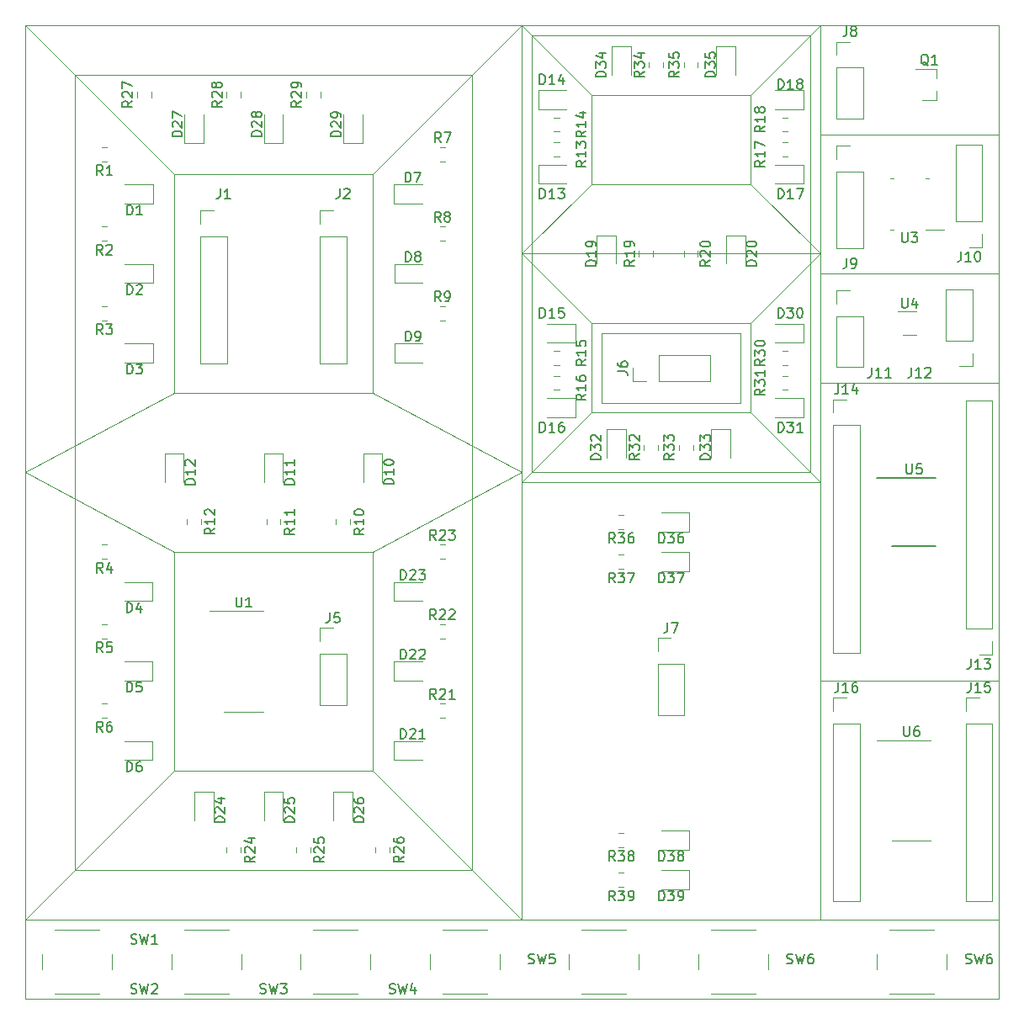
<source format=gto>
G04 #@! TF.GenerationSoftware,KiCad,Pcbnew,(5.1.2)-1*
G04 #@! TF.CreationDate,2019-06-28T17:44:25+01:00*
G04 #@! TF.ProjectId,Clock_7_Segment,436c6f63-6b5f-4375-9f53-65676d656e74,rev?*
G04 #@! TF.SameCoordinates,Original*
G04 #@! TF.FileFunction,Legend,Top*
G04 #@! TF.FilePolarity,Positive*
%FSLAX46Y46*%
G04 Gerber Fmt 4.6, Leading zero omitted, Abs format (unit mm)*
G04 Created by KiCad (PCBNEW (5.1.2)-1) date 2019-06-28 17:44:25*
%MOMM*%
%LPD*%
G04 APERTURE LIST*
%ADD10C,0.120000*%
%ADD11C,0.150000*%
G04 APERTURE END LIST*
D10*
X194000000Y-166000000D02*
X212000000Y-166000000D01*
X194000000Y-142000000D02*
X212000000Y-142000000D01*
X194000000Y-112000000D02*
X212000000Y-112000000D01*
X194000000Y-101000000D02*
X212000000Y-101000000D01*
X194000000Y-87000000D02*
X212000000Y-87000000D01*
X114000000Y-174000000D02*
X164000000Y-174000000D01*
X114000000Y-166000000D02*
X114000000Y-174000000D01*
X164000000Y-174000000D02*
X194000000Y-174000000D01*
X212000000Y-174000000D02*
X194000000Y-174000000D01*
X212000000Y-76000000D02*
X212000000Y-174000000D01*
X194000000Y-76000000D02*
X212000000Y-76000000D01*
X194000000Y-166000000D02*
X194000000Y-122000000D01*
X164000000Y-166000000D02*
X194000000Y-166000000D01*
X194000000Y-99000000D02*
X187000000Y-92000000D01*
X172000000Y-114000000D02*
X172000000Y-107000000D01*
X186000000Y-114000000D02*
X172000000Y-114000000D01*
X186000000Y-107000000D02*
X186000000Y-114000000D01*
X172000000Y-107000000D02*
X186000000Y-107000000D01*
X165000000Y-77000000D02*
X193000000Y-77000000D01*
X165000000Y-121000000D02*
X165000000Y-77000000D01*
X193000000Y-121000000D02*
X165000000Y-121000000D01*
X193000000Y-77000000D02*
X193000000Y-121000000D01*
X171000000Y-115000000D02*
X164000000Y-122000000D01*
X187000000Y-115000000D02*
X194000000Y-122000000D01*
X171000000Y-115000000D02*
X171000000Y-106000000D01*
X187000000Y-115000000D02*
X171000000Y-115000000D01*
X187000000Y-106000000D02*
X187000000Y-115000000D01*
X187000000Y-106000000D02*
X194000000Y-99000000D01*
X171000000Y-106000000D02*
X187000000Y-106000000D01*
X164000000Y-99000000D02*
X171000000Y-106000000D01*
X171000000Y-92000000D02*
X164000000Y-99000000D01*
X187000000Y-83000000D02*
X194000000Y-76000000D01*
X171000000Y-92000000D02*
X171000000Y-83000000D01*
X187000000Y-92000000D02*
X171000000Y-92000000D01*
X187000000Y-83000000D02*
X187000000Y-92000000D01*
X171000000Y-83000000D02*
X187000000Y-83000000D01*
X164000000Y-76000000D02*
X171000000Y-83000000D01*
X194000000Y-99000000D02*
X164000000Y-99000000D01*
X164000000Y-121000000D02*
X164000000Y-76000000D01*
X194000000Y-122000000D02*
X164000000Y-122000000D01*
X194000000Y-76000000D02*
X194000000Y-122000000D01*
X164000000Y-76000000D02*
X194000000Y-76000000D01*
X129000000Y-129000000D02*
X149000000Y-129000000D01*
X159000000Y-81000000D02*
X159000000Y-161000000D01*
X119000000Y-81000000D02*
X159000000Y-81000000D01*
X119000000Y-161000000D02*
X119000000Y-81000000D01*
X159000000Y-161000000D02*
X119000000Y-161000000D01*
X149000000Y-129000000D02*
X149000000Y-151000000D01*
X149000000Y-129000000D02*
X164000000Y-121000000D01*
X129000000Y-151000000D02*
X114000000Y-166000000D01*
X149000000Y-151000000D02*
X164000000Y-166000000D01*
X149000000Y-113000000D02*
X164000000Y-121000000D01*
X114000000Y-121000000D02*
X129000000Y-113000000D01*
X129000000Y-151000000D02*
X149000000Y-151000000D01*
X129000000Y-129000000D02*
X129000000Y-151000000D01*
X114000000Y-121000000D02*
X129000000Y-129000000D01*
X149000000Y-113000000D02*
X149000000Y-91000000D01*
X129000000Y-113000000D02*
X149000000Y-113000000D01*
X129000000Y-91000000D02*
X129000000Y-113000000D01*
X149000000Y-91000000D02*
X129000000Y-91000000D01*
X164000000Y-76000000D02*
X149000000Y-91000000D01*
X114000000Y-76000000D02*
X129000000Y-91000000D01*
X114000000Y-166000000D02*
X114000000Y-76000000D01*
X164000000Y-166000000D02*
X114000000Y-166000000D01*
X164000000Y-76000000D02*
X164000000Y-166000000D01*
X114000000Y-76000000D02*
X164000000Y-76000000D01*
X201000000Y-173500000D02*
X205500000Y-173500000D01*
X199750000Y-169500000D02*
X199750000Y-171000000D01*
X205500000Y-167000000D02*
X201000000Y-167000000D01*
X206750000Y-171000000D02*
X206750000Y-169500000D01*
X188750000Y-171000000D02*
X188750000Y-169500000D01*
X187500000Y-167000000D02*
X183000000Y-167000000D01*
X181750000Y-169500000D02*
X181750000Y-171000000D01*
X183000000Y-173500000D02*
X187500000Y-173500000D01*
X175750000Y-171000000D02*
X175750000Y-169500000D01*
X174500000Y-167000000D02*
X170000000Y-167000000D01*
X168750000Y-169500000D02*
X168750000Y-171000000D01*
X170000000Y-173500000D02*
X174500000Y-173500000D01*
X161750000Y-171000000D02*
X161750000Y-169500000D01*
X160500000Y-167000000D02*
X156000000Y-167000000D01*
X154750000Y-169500000D02*
X154750000Y-171000000D01*
X156000000Y-173500000D02*
X160500000Y-173500000D01*
X148750000Y-171000000D02*
X148750000Y-169500000D01*
X147500000Y-167000000D02*
X143000000Y-167000000D01*
X141750000Y-169500000D02*
X141750000Y-171000000D01*
X143000000Y-173500000D02*
X147500000Y-173500000D01*
X135750000Y-171000000D02*
X135750000Y-169500000D01*
X134500000Y-167000000D02*
X130000000Y-167000000D01*
X128750000Y-169500000D02*
X128750000Y-171000000D01*
X130000000Y-173500000D02*
X134500000Y-173500000D01*
X122750000Y-171000000D02*
X122750000Y-169500000D01*
X121500000Y-167000000D02*
X117000000Y-167000000D01*
X115750000Y-169500000D02*
X115750000Y-171000000D01*
X117000000Y-173500000D02*
X121500000Y-173500000D01*
X203200000Y-147940000D02*
X199750000Y-147940000D01*
X203200000Y-147940000D02*
X205150000Y-147940000D01*
X203200000Y-158060000D02*
X201250000Y-158060000D01*
X203200000Y-158060000D02*
X205150000Y-158060000D01*
X195320000Y-143670000D02*
X196650000Y-143670000D01*
X195320000Y-145000000D02*
X195320000Y-143670000D01*
X195320000Y-146270000D02*
X197980000Y-146270000D01*
X197980000Y-146270000D02*
X197980000Y-164110000D01*
X195320000Y-146270000D02*
X195320000Y-164110000D01*
X195320000Y-164110000D02*
X197980000Y-164110000D01*
X208670000Y-143670000D02*
X210000000Y-143670000D01*
X208670000Y-145000000D02*
X208670000Y-143670000D01*
X208670000Y-146270000D02*
X211330000Y-146270000D01*
X211330000Y-146270000D02*
X211330000Y-164110000D01*
X208670000Y-146270000D02*
X208670000Y-164110000D01*
X208670000Y-164110000D02*
X211330000Y-164110000D01*
D11*
X199700000Y-121550000D02*
X205675000Y-121550000D01*
X201225000Y-128450000D02*
X205675000Y-128450000D01*
D10*
X195320000Y-113670000D02*
X196650000Y-113670000D01*
X195320000Y-115000000D02*
X195320000Y-113670000D01*
X195320000Y-116270000D02*
X197980000Y-116270000D01*
X197980000Y-116270000D02*
X197980000Y-139190000D01*
X195320000Y-116270000D02*
X195320000Y-139190000D01*
X195320000Y-139190000D02*
X197980000Y-139190000D01*
X211330000Y-139330000D02*
X210000000Y-139330000D01*
X211330000Y-138000000D02*
X211330000Y-139330000D01*
X211330000Y-136730000D02*
X208670000Y-136730000D01*
X208670000Y-136730000D02*
X208670000Y-113810000D01*
X211330000Y-136730000D02*
X211330000Y-113810000D01*
X211330000Y-113810000D02*
X208670000Y-113810000D01*
X202300000Y-107160000D02*
X203700000Y-107160000D01*
X203700000Y-104840000D02*
X201800000Y-104840000D01*
X209330000Y-110330000D02*
X208000000Y-110330000D01*
X209330000Y-109000000D02*
X209330000Y-110330000D01*
X209330000Y-107730000D02*
X206670000Y-107730000D01*
X206670000Y-107730000D02*
X206670000Y-102590000D01*
X209330000Y-107730000D02*
X209330000Y-102590000D01*
X209330000Y-102590000D02*
X206670000Y-102590000D01*
X195670000Y-102670000D02*
X197000000Y-102670000D01*
X195670000Y-104000000D02*
X195670000Y-102670000D01*
X195670000Y-105270000D02*
X198330000Y-105270000D01*
X198330000Y-105270000D02*
X198330000Y-110410000D01*
X195670000Y-105270000D02*
X195670000Y-110410000D01*
X195670000Y-110410000D02*
X198330000Y-110410000D01*
X204586248Y-96560000D02*
X206450000Y-96560000D01*
X201413752Y-96560000D02*
X201050000Y-96560000D01*
X204586248Y-91440000D02*
X204950000Y-91440000D01*
X201413752Y-91440000D02*
X201050000Y-91440000D01*
X210330000Y-98330000D02*
X209000000Y-98330000D01*
X210330000Y-97000000D02*
X210330000Y-98330000D01*
X210330000Y-95730000D02*
X207670000Y-95730000D01*
X207670000Y-95730000D02*
X207670000Y-88050000D01*
X210330000Y-95730000D02*
X210330000Y-88050000D01*
X210330000Y-88050000D02*
X207670000Y-88050000D01*
X195670000Y-88130000D02*
X197000000Y-88130000D01*
X195670000Y-89460000D02*
X195670000Y-88130000D01*
X195670000Y-90730000D02*
X198330000Y-90730000D01*
X198330000Y-90730000D02*
X198330000Y-98410000D01*
X195670000Y-90730000D02*
X195670000Y-98410000D01*
X195670000Y-98410000D02*
X198330000Y-98410000D01*
X205760000Y-83580000D02*
X204300000Y-83580000D01*
X205760000Y-80420000D02*
X203600000Y-80420000D01*
X205760000Y-80420000D02*
X205760000Y-81350000D01*
X205760000Y-83580000D02*
X205760000Y-82650000D01*
X195670000Y-77670000D02*
X197000000Y-77670000D01*
X195670000Y-79000000D02*
X195670000Y-77670000D01*
X195670000Y-80270000D02*
X198330000Y-80270000D01*
X198330000Y-80270000D02*
X198330000Y-85410000D01*
X195670000Y-80270000D02*
X195670000Y-85410000D01*
X195670000Y-85410000D02*
X198330000Y-85410000D01*
X174261252Y-161290000D02*
X173738748Y-161290000D01*
X174261252Y-162710000D02*
X173738748Y-162710000D01*
X174261252Y-157290000D02*
X173738748Y-157290000D01*
X174261252Y-158710000D02*
X173738748Y-158710000D01*
X174261252Y-129290000D02*
X173738748Y-129290000D01*
X174261252Y-130710000D02*
X173738748Y-130710000D01*
X174261252Y-125290000D02*
X173738748Y-125290000D01*
X174261252Y-126710000D02*
X173738748Y-126710000D01*
X177670000Y-137670000D02*
X179000000Y-137670000D01*
X177670000Y-139000000D02*
X177670000Y-137670000D01*
X177670000Y-140270000D02*
X180330000Y-140270000D01*
X180330000Y-140270000D02*
X180330000Y-145410000D01*
X177670000Y-140270000D02*
X177670000Y-145410000D01*
X177670000Y-145410000D02*
X180330000Y-145410000D01*
X180860000Y-161040000D02*
X178000000Y-161040000D01*
X180860000Y-162960000D02*
X180860000Y-161040000D01*
X178000000Y-162960000D02*
X180860000Y-162960000D01*
X180860000Y-157040000D02*
X178000000Y-157040000D01*
X180860000Y-158960000D02*
X180860000Y-157040000D01*
X178000000Y-158960000D02*
X180860000Y-158960000D01*
X180860000Y-129040000D02*
X178000000Y-129040000D01*
X180860000Y-130960000D02*
X180860000Y-129040000D01*
X178000000Y-130960000D02*
X180860000Y-130960000D01*
X180860000Y-125040000D02*
X178000000Y-125040000D01*
X180860000Y-126960000D02*
X180860000Y-125040000D01*
X178000000Y-126960000D02*
X180860000Y-126960000D01*
X181710000Y-80261252D02*
X181710000Y-79738748D01*
X180290000Y-80261252D02*
X180290000Y-79738748D01*
X178210000Y-80261252D02*
X178210000Y-79738748D01*
X176790000Y-80261252D02*
X176790000Y-79738748D01*
X181210000Y-118761252D02*
X181210000Y-118238748D01*
X179790000Y-118761252D02*
X179790000Y-118238748D01*
X177710000Y-118761252D02*
X177710000Y-118238748D01*
X176290000Y-118761252D02*
X176290000Y-118238748D01*
X190238748Y-112710000D02*
X190761252Y-112710000D01*
X190238748Y-111290000D02*
X190761252Y-111290000D01*
X190238748Y-110210000D02*
X190761252Y-110210000D01*
X190238748Y-108790000D02*
X190761252Y-108790000D01*
X181710000Y-99261252D02*
X181710000Y-98738748D01*
X180290000Y-99261252D02*
X180290000Y-98738748D01*
X177210000Y-99261252D02*
X177210000Y-98738748D01*
X175790000Y-99261252D02*
X175790000Y-98738748D01*
X190238748Y-86710000D02*
X190761252Y-86710000D01*
X190238748Y-85290000D02*
X190761252Y-85290000D01*
X190238748Y-89210000D02*
X190761252Y-89210000D01*
X190238748Y-87790000D02*
X190761252Y-87790000D01*
X167238748Y-112710000D02*
X167761252Y-112710000D01*
X167238748Y-111290000D02*
X167761252Y-111290000D01*
X167238748Y-110210000D02*
X167761252Y-110210000D01*
X167238748Y-108790000D02*
X167761252Y-108790000D01*
X167761252Y-85290000D02*
X167238748Y-85290000D01*
X167761252Y-86710000D02*
X167238748Y-86710000D01*
X167761252Y-87790000D02*
X167238748Y-87790000D01*
X167761252Y-89210000D02*
X167238748Y-89210000D01*
X175170000Y-111830000D02*
X175170000Y-110500000D01*
X176500000Y-111830000D02*
X175170000Y-111830000D01*
X177770000Y-111830000D02*
X177770000Y-109170000D01*
X177770000Y-109170000D02*
X182910000Y-109170000D01*
X177770000Y-111830000D02*
X182910000Y-111830000D01*
X182910000Y-111830000D02*
X182910000Y-109170000D01*
X183540000Y-78140000D02*
X183540000Y-81000000D01*
X185460000Y-78140000D02*
X183540000Y-78140000D01*
X185460000Y-81000000D02*
X185460000Y-78140000D01*
X173040000Y-78140000D02*
X173040000Y-81000000D01*
X174960000Y-78140000D02*
X173040000Y-78140000D01*
X174960000Y-81000000D02*
X174960000Y-78140000D01*
X183040000Y-116640000D02*
X183040000Y-119500000D01*
X184960000Y-116640000D02*
X183040000Y-116640000D01*
X184960000Y-119500000D02*
X184960000Y-116640000D01*
X172540000Y-116665000D02*
X172540000Y-119525000D01*
X174460000Y-116665000D02*
X172540000Y-116665000D01*
X174460000Y-119525000D02*
X174460000Y-116665000D01*
X192360000Y-113540000D02*
X189500000Y-113540000D01*
X192360000Y-115460000D02*
X192360000Y-113540000D01*
X189500000Y-115460000D02*
X192360000Y-115460000D01*
X192335000Y-106040000D02*
X189475000Y-106040000D01*
X192335000Y-107960000D02*
X192335000Y-106040000D01*
X189475000Y-107960000D02*
X192335000Y-107960000D01*
X184540000Y-97140000D02*
X184540000Y-100000000D01*
X186460000Y-97140000D02*
X184540000Y-97140000D01*
X186460000Y-100000000D02*
X186460000Y-97140000D01*
X171540000Y-97140000D02*
X171540000Y-100000000D01*
X173460000Y-97140000D02*
X171540000Y-97140000D01*
X173460000Y-100000000D02*
X173460000Y-97140000D01*
X192360000Y-82540000D02*
X189500000Y-82540000D01*
X192360000Y-84460000D02*
X192360000Y-82540000D01*
X189500000Y-84460000D02*
X192360000Y-84460000D01*
X192360000Y-90040000D02*
X189500000Y-90040000D01*
X192360000Y-91960000D02*
X192360000Y-90040000D01*
X189500000Y-91960000D02*
X192360000Y-91960000D01*
X169360000Y-113540000D02*
X166500000Y-113540000D01*
X169360000Y-115460000D02*
X169360000Y-113540000D01*
X166500000Y-115460000D02*
X169360000Y-115460000D01*
X169360000Y-106040000D02*
X166500000Y-106040000D01*
X169360000Y-107960000D02*
X169360000Y-106040000D01*
X166500000Y-107960000D02*
X169360000Y-107960000D01*
X165640000Y-84460000D02*
X168500000Y-84460000D01*
X165640000Y-82540000D02*
X165640000Y-84460000D01*
X168500000Y-82540000D02*
X165640000Y-82540000D01*
X165640000Y-91960000D02*
X168500000Y-91960000D01*
X165640000Y-90040000D02*
X165640000Y-91960000D01*
X168500000Y-90040000D02*
X165640000Y-90040000D01*
X136000000Y-134940000D02*
X132550000Y-134940000D01*
X136000000Y-134940000D02*
X137950000Y-134940000D01*
X136000000Y-145060000D02*
X134050000Y-145060000D01*
X136000000Y-145060000D02*
X137950000Y-145060000D01*
X143710000Y-83261252D02*
X143710000Y-82738748D01*
X142290000Y-83261252D02*
X142290000Y-82738748D01*
X135710000Y-83261252D02*
X135710000Y-82738748D01*
X134290000Y-83261252D02*
X134290000Y-82738748D01*
X126710000Y-83261252D02*
X126710000Y-82738748D01*
X125290000Y-83261252D02*
X125290000Y-82738748D01*
X149290000Y-158738748D02*
X149290000Y-159261252D01*
X150710000Y-158738748D02*
X150710000Y-159261252D01*
X141290000Y-158738748D02*
X141290000Y-159261252D01*
X142710000Y-158738748D02*
X142710000Y-159261252D01*
X134290000Y-158738748D02*
X134290000Y-159261252D01*
X135710000Y-158738748D02*
X135710000Y-159261252D01*
X155738748Y-129710000D02*
X156261252Y-129710000D01*
X155738748Y-128290000D02*
X156261252Y-128290000D01*
X155738748Y-137710000D02*
X156261252Y-137710000D01*
X155738748Y-136290000D02*
X156261252Y-136290000D01*
X155738748Y-145710000D02*
X156261252Y-145710000D01*
X155738748Y-144290000D02*
X156261252Y-144290000D01*
X130290000Y-125713748D02*
X130290000Y-126236252D01*
X131710000Y-125713748D02*
X131710000Y-126236252D01*
X138290000Y-125738748D02*
X138290000Y-126261252D01*
X139710000Y-125738748D02*
X139710000Y-126261252D01*
X145290000Y-125738748D02*
X145290000Y-126261252D01*
X146710000Y-125738748D02*
X146710000Y-126261252D01*
X155738748Y-105710000D02*
X156261252Y-105710000D01*
X155738748Y-104290000D02*
X156261252Y-104290000D01*
X155738748Y-97710000D02*
X156261252Y-97710000D01*
X155738748Y-96290000D02*
X156261252Y-96290000D01*
X155763748Y-89710000D02*
X156286252Y-89710000D01*
X155763748Y-88290000D02*
X156286252Y-88290000D01*
X122261252Y-144290000D02*
X121738748Y-144290000D01*
X122261252Y-145710000D02*
X121738748Y-145710000D01*
X122261252Y-136290000D02*
X121738748Y-136290000D01*
X122261252Y-137710000D02*
X121738748Y-137710000D01*
X122261252Y-128290000D02*
X121738748Y-128290000D01*
X122261252Y-129710000D02*
X121738748Y-129710000D01*
X122261252Y-104290000D02*
X121738748Y-104290000D01*
X122261252Y-105710000D02*
X121738748Y-105710000D01*
X122236252Y-96290000D02*
X121713748Y-96290000D01*
X122236252Y-97710000D02*
X121713748Y-97710000D01*
X122261252Y-88290000D02*
X121738748Y-88290000D01*
X122261252Y-89710000D02*
X121738748Y-89710000D01*
X143670000Y-136670000D02*
X145000000Y-136670000D01*
X143670000Y-138000000D02*
X143670000Y-136670000D01*
X143670000Y-139270000D02*
X146330000Y-139270000D01*
X146330000Y-139270000D02*
X146330000Y-144410000D01*
X143670000Y-139270000D02*
X143670000Y-144410000D01*
X143670000Y-144410000D02*
X146330000Y-144410000D01*
X143670000Y-94670000D02*
X145000000Y-94670000D01*
X143670000Y-96000000D02*
X143670000Y-94670000D01*
X143670000Y-97270000D02*
X146330000Y-97270000D01*
X146330000Y-97270000D02*
X146330000Y-110030000D01*
X143670000Y-97270000D02*
X143670000Y-110030000D01*
X143670000Y-110030000D02*
X146330000Y-110030000D01*
X131670000Y-94670000D02*
X133000000Y-94670000D01*
X131670000Y-96000000D02*
X131670000Y-94670000D01*
X131670000Y-97270000D02*
X134330000Y-97270000D01*
X134330000Y-97270000D02*
X134330000Y-110030000D01*
X131670000Y-97270000D02*
X131670000Y-110030000D01*
X131670000Y-110030000D02*
X134330000Y-110030000D01*
X147960000Y-87860000D02*
X147960000Y-85000000D01*
X146040000Y-87860000D02*
X147960000Y-87860000D01*
X146040000Y-85000000D02*
X146040000Y-87860000D01*
X139960000Y-87835000D02*
X139960000Y-84975000D01*
X138040000Y-87835000D02*
X139960000Y-87835000D01*
X138040000Y-84975000D02*
X138040000Y-87835000D01*
X131960000Y-87860000D02*
X131960000Y-85000000D01*
X130040000Y-87860000D02*
X131960000Y-87860000D01*
X130040000Y-85000000D02*
X130040000Y-87860000D01*
X145040000Y-153140000D02*
X145040000Y-156000000D01*
X146960000Y-153140000D02*
X145040000Y-153140000D01*
X146960000Y-156000000D02*
X146960000Y-153140000D01*
X138040000Y-153140000D02*
X138040000Y-156000000D01*
X139960000Y-153140000D02*
X138040000Y-153140000D01*
X139960000Y-156000000D02*
X139960000Y-153140000D01*
X131040000Y-153140000D02*
X131040000Y-156000000D01*
X132960000Y-153140000D02*
X131040000Y-153140000D01*
X132960000Y-156000000D02*
X132960000Y-153140000D01*
X151140000Y-133960000D02*
X154000000Y-133960000D01*
X151140000Y-132040000D02*
X151140000Y-133960000D01*
X154000000Y-132040000D02*
X151140000Y-132040000D01*
X151140000Y-141960000D02*
X154000000Y-141960000D01*
X151140000Y-140040000D02*
X151140000Y-141960000D01*
X154000000Y-140040000D02*
X151140000Y-140040000D01*
X151140000Y-149960000D02*
X154000000Y-149960000D01*
X151140000Y-148040000D02*
X151140000Y-149960000D01*
X154000000Y-148040000D02*
X151140000Y-148040000D01*
X128040000Y-119140000D02*
X128040000Y-122000000D01*
X129960000Y-119140000D02*
X128040000Y-119140000D01*
X129960000Y-122000000D02*
X129960000Y-119140000D01*
X138040000Y-119140000D02*
X138040000Y-122000000D01*
X139960000Y-119140000D02*
X138040000Y-119140000D01*
X139960000Y-122000000D02*
X139960000Y-119140000D01*
X148040000Y-119115000D02*
X148040000Y-121975000D01*
X149960000Y-119115000D02*
X148040000Y-119115000D01*
X149960000Y-121975000D02*
X149960000Y-119115000D01*
X151165000Y-109960000D02*
X154025000Y-109960000D01*
X151165000Y-108040000D02*
X151165000Y-109960000D01*
X154025000Y-108040000D02*
X151165000Y-108040000D01*
X151165000Y-101960000D02*
X154025000Y-101960000D01*
X151165000Y-100040000D02*
X151165000Y-101960000D01*
X154025000Y-100040000D02*
X151165000Y-100040000D01*
X151140000Y-93960000D02*
X154000000Y-93960000D01*
X151140000Y-92040000D02*
X151140000Y-93960000D01*
X154000000Y-92040000D02*
X151140000Y-92040000D01*
X126835000Y-148040000D02*
X123975000Y-148040000D01*
X126835000Y-149960000D02*
X126835000Y-148040000D01*
X123975000Y-149960000D02*
X126835000Y-149960000D01*
X126835000Y-140040000D02*
X123975000Y-140040000D01*
X126835000Y-141960000D02*
X126835000Y-140040000D01*
X123975000Y-141960000D02*
X126835000Y-141960000D01*
X126835000Y-132040000D02*
X123975000Y-132040000D01*
X126835000Y-133960000D02*
X126835000Y-132040000D01*
X123975000Y-133960000D02*
X126835000Y-133960000D01*
X126860000Y-108040000D02*
X124000000Y-108040000D01*
X126860000Y-109960000D02*
X126860000Y-108040000D01*
X124000000Y-109960000D02*
X126860000Y-109960000D01*
X126860000Y-100040000D02*
X124000000Y-100040000D01*
X126860000Y-101960000D02*
X126860000Y-100040000D01*
X124000000Y-101960000D02*
X126860000Y-101960000D01*
X126860000Y-92040000D02*
X124000000Y-92040000D01*
X126860000Y-93960000D02*
X126860000Y-92040000D01*
X124000000Y-93960000D02*
X126860000Y-93960000D01*
D11*
X208666666Y-170404761D02*
X208809523Y-170452380D01*
X209047619Y-170452380D01*
X209142857Y-170404761D01*
X209190476Y-170357142D01*
X209238095Y-170261904D01*
X209238095Y-170166666D01*
X209190476Y-170071428D01*
X209142857Y-170023809D01*
X209047619Y-169976190D01*
X208857142Y-169928571D01*
X208761904Y-169880952D01*
X208714285Y-169833333D01*
X208666666Y-169738095D01*
X208666666Y-169642857D01*
X208714285Y-169547619D01*
X208761904Y-169500000D01*
X208857142Y-169452380D01*
X209095238Y-169452380D01*
X209238095Y-169500000D01*
X209571428Y-169452380D02*
X209809523Y-170452380D01*
X210000000Y-169738095D01*
X210190476Y-170452380D01*
X210428571Y-169452380D01*
X211238095Y-169452380D02*
X211047619Y-169452380D01*
X210952380Y-169500000D01*
X210904761Y-169547619D01*
X210809523Y-169690476D01*
X210761904Y-169880952D01*
X210761904Y-170261904D01*
X210809523Y-170357142D01*
X210857142Y-170404761D01*
X210952380Y-170452380D01*
X211142857Y-170452380D01*
X211238095Y-170404761D01*
X211285714Y-170357142D01*
X211333333Y-170261904D01*
X211333333Y-170023809D01*
X211285714Y-169928571D01*
X211238095Y-169880952D01*
X211142857Y-169833333D01*
X210952380Y-169833333D01*
X210857142Y-169880952D01*
X210809523Y-169928571D01*
X210761904Y-170023809D01*
X190666666Y-170404761D02*
X190809523Y-170452380D01*
X191047619Y-170452380D01*
X191142857Y-170404761D01*
X191190476Y-170357142D01*
X191238095Y-170261904D01*
X191238095Y-170166666D01*
X191190476Y-170071428D01*
X191142857Y-170023809D01*
X191047619Y-169976190D01*
X190857142Y-169928571D01*
X190761904Y-169880952D01*
X190714285Y-169833333D01*
X190666666Y-169738095D01*
X190666666Y-169642857D01*
X190714285Y-169547619D01*
X190761904Y-169500000D01*
X190857142Y-169452380D01*
X191095238Y-169452380D01*
X191238095Y-169500000D01*
X191571428Y-169452380D02*
X191809523Y-170452380D01*
X192000000Y-169738095D01*
X192190476Y-170452380D01*
X192428571Y-169452380D01*
X193238095Y-169452380D02*
X193047619Y-169452380D01*
X192952380Y-169500000D01*
X192904761Y-169547619D01*
X192809523Y-169690476D01*
X192761904Y-169880952D01*
X192761904Y-170261904D01*
X192809523Y-170357142D01*
X192857142Y-170404761D01*
X192952380Y-170452380D01*
X193142857Y-170452380D01*
X193238095Y-170404761D01*
X193285714Y-170357142D01*
X193333333Y-170261904D01*
X193333333Y-170023809D01*
X193285714Y-169928571D01*
X193238095Y-169880952D01*
X193142857Y-169833333D01*
X192952380Y-169833333D01*
X192857142Y-169880952D01*
X192809523Y-169928571D01*
X192761904Y-170023809D01*
X164666666Y-170404761D02*
X164809523Y-170452380D01*
X165047619Y-170452380D01*
X165142857Y-170404761D01*
X165190476Y-170357142D01*
X165238095Y-170261904D01*
X165238095Y-170166666D01*
X165190476Y-170071428D01*
X165142857Y-170023809D01*
X165047619Y-169976190D01*
X164857142Y-169928571D01*
X164761904Y-169880952D01*
X164714285Y-169833333D01*
X164666666Y-169738095D01*
X164666666Y-169642857D01*
X164714285Y-169547619D01*
X164761904Y-169500000D01*
X164857142Y-169452380D01*
X165095238Y-169452380D01*
X165238095Y-169500000D01*
X165571428Y-169452380D02*
X165809523Y-170452380D01*
X166000000Y-169738095D01*
X166190476Y-170452380D01*
X166428571Y-169452380D01*
X167285714Y-169452380D02*
X166809523Y-169452380D01*
X166761904Y-169928571D01*
X166809523Y-169880952D01*
X166904761Y-169833333D01*
X167142857Y-169833333D01*
X167238095Y-169880952D01*
X167285714Y-169928571D01*
X167333333Y-170023809D01*
X167333333Y-170261904D01*
X167285714Y-170357142D01*
X167238095Y-170404761D01*
X167142857Y-170452380D01*
X166904761Y-170452380D01*
X166809523Y-170404761D01*
X166761904Y-170357142D01*
X150666666Y-173404761D02*
X150809523Y-173452380D01*
X151047619Y-173452380D01*
X151142857Y-173404761D01*
X151190476Y-173357142D01*
X151238095Y-173261904D01*
X151238095Y-173166666D01*
X151190476Y-173071428D01*
X151142857Y-173023809D01*
X151047619Y-172976190D01*
X150857142Y-172928571D01*
X150761904Y-172880952D01*
X150714285Y-172833333D01*
X150666666Y-172738095D01*
X150666666Y-172642857D01*
X150714285Y-172547619D01*
X150761904Y-172500000D01*
X150857142Y-172452380D01*
X151095238Y-172452380D01*
X151238095Y-172500000D01*
X151571428Y-172452380D02*
X151809523Y-173452380D01*
X152000000Y-172738095D01*
X152190476Y-173452380D01*
X152428571Y-172452380D01*
X153238095Y-172785714D02*
X153238095Y-173452380D01*
X153000000Y-172404761D02*
X152761904Y-173119047D01*
X153380952Y-173119047D01*
X137666666Y-173404761D02*
X137809523Y-173452380D01*
X138047619Y-173452380D01*
X138142857Y-173404761D01*
X138190476Y-173357142D01*
X138238095Y-173261904D01*
X138238095Y-173166666D01*
X138190476Y-173071428D01*
X138142857Y-173023809D01*
X138047619Y-172976190D01*
X137857142Y-172928571D01*
X137761904Y-172880952D01*
X137714285Y-172833333D01*
X137666666Y-172738095D01*
X137666666Y-172642857D01*
X137714285Y-172547619D01*
X137761904Y-172500000D01*
X137857142Y-172452380D01*
X138095238Y-172452380D01*
X138238095Y-172500000D01*
X138571428Y-172452380D02*
X138809523Y-173452380D01*
X139000000Y-172738095D01*
X139190476Y-173452380D01*
X139428571Y-172452380D01*
X139714285Y-172452380D02*
X140333333Y-172452380D01*
X140000000Y-172833333D01*
X140142857Y-172833333D01*
X140238095Y-172880952D01*
X140285714Y-172928571D01*
X140333333Y-173023809D01*
X140333333Y-173261904D01*
X140285714Y-173357142D01*
X140238095Y-173404761D01*
X140142857Y-173452380D01*
X139857142Y-173452380D01*
X139761904Y-173404761D01*
X139714285Y-173357142D01*
X124666666Y-173404761D02*
X124809523Y-173452380D01*
X125047619Y-173452380D01*
X125142857Y-173404761D01*
X125190476Y-173357142D01*
X125238095Y-173261904D01*
X125238095Y-173166666D01*
X125190476Y-173071428D01*
X125142857Y-173023809D01*
X125047619Y-172976190D01*
X124857142Y-172928571D01*
X124761904Y-172880952D01*
X124714285Y-172833333D01*
X124666666Y-172738095D01*
X124666666Y-172642857D01*
X124714285Y-172547619D01*
X124761904Y-172500000D01*
X124857142Y-172452380D01*
X125095238Y-172452380D01*
X125238095Y-172500000D01*
X125571428Y-172452380D02*
X125809523Y-173452380D01*
X126000000Y-172738095D01*
X126190476Y-173452380D01*
X126428571Y-172452380D01*
X126761904Y-172547619D02*
X126809523Y-172500000D01*
X126904761Y-172452380D01*
X127142857Y-172452380D01*
X127238095Y-172500000D01*
X127285714Y-172547619D01*
X127333333Y-172642857D01*
X127333333Y-172738095D01*
X127285714Y-172880952D01*
X126714285Y-173452380D01*
X127333333Y-173452380D01*
X124666666Y-168404761D02*
X124809523Y-168452380D01*
X125047619Y-168452380D01*
X125142857Y-168404761D01*
X125190476Y-168357142D01*
X125238095Y-168261904D01*
X125238095Y-168166666D01*
X125190476Y-168071428D01*
X125142857Y-168023809D01*
X125047619Y-167976190D01*
X124857142Y-167928571D01*
X124761904Y-167880952D01*
X124714285Y-167833333D01*
X124666666Y-167738095D01*
X124666666Y-167642857D01*
X124714285Y-167547619D01*
X124761904Y-167500000D01*
X124857142Y-167452380D01*
X125095238Y-167452380D01*
X125238095Y-167500000D01*
X125571428Y-167452380D02*
X125809523Y-168452380D01*
X126000000Y-167738095D01*
X126190476Y-168452380D01*
X126428571Y-167452380D01*
X127333333Y-168452380D02*
X126761904Y-168452380D01*
X127047619Y-168452380D02*
X127047619Y-167452380D01*
X126952380Y-167595238D01*
X126857142Y-167690476D01*
X126761904Y-167738095D01*
X202438095Y-146552380D02*
X202438095Y-147361904D01*
X202485714Y-147457142D01*
X202533333Y-147504761D01*
X202628571Y-147552380D01*
X202819047Y-147552380D01*
X202914285Y-147504761D01*
X202961904Y-147457142D01*
X203009523Y-147361904D01*
X203009523Y-146552380D01*
X203914285Y-146552380D02*
X203723809Y-146552380D01*
X203628571Y-146600000D01*
X203580952Y-146647619D01*
X203485714Y-146790476D01*
X203438095Y-146980952D01*
X203438095Y-147361904D01*
X203485714Y-147457142D01*
X203533333Y-147504761D01*
X203628571Y-147552380D01*
X203819047Y-147552380D01*
X203914285Y-147504761D01*
X203961904Y-147457142D01*
X204009523Y-147361904D01*
X204009523Y-147123809D01*
X203961904Y-147028571D01*
X203914285Y-146980952D01*
X203819047Y-146933333D01*
X203628571Y-146933333D01*
X203533333Y-146980952D01*
X203485714Y-147028571D01*
X203438095Y-147123809D01*
X195840476Y-142122380D02*
X195840476Y-142836666D01*
X195792857Y-142979523D01*
X195697619Y-143074761D01*
X195554761Y-143122380D01*
X195459523Y-143122380D01*
X196840476Y-143122380D02*
X196269047Y-143122380D01*
X196554761Y-143122380D02*
X196554761Y-142122380D01*
X196459523Y-142265238D01*
X196364285Y-142360476D01*
X196269047Y-142408095D01*
X197697619Y-142122380D02*
X197507142Y-142122380D01*
X197411904Y-142170000D01*
X197364285Y-142217619D01*
X197269047Y-142360476D01*
X197221428Y-142550952D01*
X197221428Y-142931904D01*
X197269047Y-143027142D01*
X197316666Y-143074761D01*
X197411904Y-143122380D01*
X197602380Y-143122380D01*
X197697619Y-143074761D01*
X197745238Y-143027142D01*
X197792857Y-142931904D01*
X197792857Y-142693809D01*
X197745238Y-142598571D01*
X197697619Y-142550952D01*
X197602380Y-142503333D01*
X197411904Y-142503333D01*
X197316666Y-142550952D01*
X197269047Y-142598571D01*
X197221428Y-142693809D01*
X209190476Y-142122380D02*
X209190476Y-142836666D01*
X209142857Y-142979523D01*
X209047619Y-143074761D01*
X208904761Y-143122380D01*
X208809523Y-143122380D01*
X210190476Y-143122380D02*
X209619047Y-143122380D01*
X209904761Y-143122380D02*
X209904761Y-142122380D01*
X209809523Y-142265238D01*
X209714285Y-142360476D01*
X209619047Y-142408095D01*
X211095238Y-142122380D02*
X210619047Y-142122380D01*
X210571428Y-142598571D01*
X210619047Y-142550952D01*
X210714285Y-142503333D01*
X210952380Y-142503333D01*
X211047619Y-142550952D01*
X211095238Y-142598571D01*
X211142857Y-142693809D01*
X211142857Y-142931904D01*
X211095238Y-143027142D01*
X211047619Y-143074761D01*
X210952380Y-143122380D01*
X210714285Y-143122380D01*
X210619047Y-143074761D01*
X210571428Y-143027142D01*
X202688095Y-120152380D02*
X202688095Y-120961904D01*
X202735714Y-121057142D01*
X202783333Y-121104761D01*
X202878571Y-121152380D01*
X203069047Y-121152380D01*
X203164285Y-121104761D01*
X203211904Y-121057142D01*
X203259523Y-120961904D01*
X203259523Y-120152380D01*
X204211904Y-120152380D02*
X203735714Y-120152380D01*
X203688095Y-120628571D01*
X203735714Y-120580952D01*
X203830952Y-120533333D01*
X204069047Y-120533333D01*
X204164285Y-120580952D01*
X204211904Y-120628571D01*
X204259523Y-120723809D01*
X204259523Y-120961904D01*
X204211904Y-121057142D01*
X204164285Y-121104761D01*
X204069047Y-121152380D01*
X203830952Y-121152380D01*
X203735714Y-121104761D01*
X203688095Y-121057142D01*
X195840476Y-112122380D02*
X195840476Y-112836666D01*
X195792857Y-112979523D01*
X195697619Y-113074761D01*
X195554761Y-113122380D01*
X195459523Y-113122380D01*
X196840476Y-113122380D02*
X196269047Y-113122380D01*
X196554761Y-113122380D02*
X196554761Y-112122380D01*
X196459523Y-112265238D01*
X196364285Y-112360476D01*
X196269047Y-112408095D01*
X197697619Y-112455714D02*
X197697619Y-113122380D01*
X197459523Y-112074761D02*
X197221428Y-112789047D01*
X197840476Y-112789047D01*
X209190476Y-139782380D02*
X209190476Y-140496666D01*
X209142857Y-140639523D01*
X209047619Y-140734761D01*
X208904761Y-140782380D01*
X208809523Y-140782380D01*
X210190476Y-140782380D02*
X209619047Y-140782380D01*
X209904761Y-140782380D02*
X209904761Y-139782380D01*
X209809523Y-139925238D01*
X209714285Y-140020476D01*
X209619047Y-140068095D01*
X210523809Y-139782380D02*
X211142857Y-139782380D01*
X210809523Y-140163333D01*
X210952380Y-140163333D01*
X211047619Y-140210952D01*
X211095238Y-140258571D01*
X211142857Y-140353809D01*
X211142857Y-140591904D01*
X211095238Y-140687142D01*
X211047619Y-140734761D01*
X210952380Y-140782380D01*
X210666666Y-140782380D01*
X210571428Y-140734761D01*
X210523809Y-140687142D01*
X202238095Y-103452380D02*
X202238095Y-104261904D01*
X202285714Y-104357142D01*
X202333333Y-104404761D01*
X202428571Y-104452380D01*
X202619047Y-104452380D01*
X202714285Y-104404761D01*
X202761904Y-104357142D01*
X202809523Y-104261904D01*
X202809523Y-103452380D01*
X203714285Y-103785714D02*
X203714285Y-104452380D01*
X203476190Y-103404761D02*
X203238095Y-104119047D01*
X203857142Y-104119047D01*
X203190476Y-110452380D02*
X203190476Y-111166666D01*
X203142857Y-111309523D01*
X203047619Y-111404761D01*
X202904761Y-111452380D01*
X202809523Y-111452380D01*
X204190476Y-111452380D02*
X203619047Y-111452380D01*
X203904761Y-111452380D02*
X203904761Y-110452380D01*
X203809523Y-110595238D01*
X203714285Y-110690476D01*
X203619047Y-110738095D01*
X204571428Y-110547619D02*
X204619047Y-110500000D01*
X204714285Y-110452380D01*
X204952380Y-110452380D01*
X205047619Y-110500000D01*
X205095238Y-110547619D01*
X205142857Y-110642857D01*
X205142857Y-110738095D01*
X205095238Y-110880952D01*
X204523809Y-111452380D01*
X205142857Y-111452380D01*
X199190476Y-110452380D02*
X199190476Y-111166666D01*
X199142857Y-111309523D01*
X199047619Y-111404761D01*
X198904761Y-111452380D01*
X198809523Y-111452380D01*
X200190476Y-111452380D02*
X199619047Y-111452380D01*
X199904761Y-111452380D02*
X199904761Y-110452380D01*
X199809523Y-110595238D01*
X199714285Y-110690476D01*
X199619047Y-110738095D01*
X201142857Y-111452380D02*
X200571428Y-111452380D01*
X200857142Y-111452380D02*
X200857142Y-110452380D01*
X200761904Y-110595238D01*
X200666666Y-110690476D01*
X200571428Y-110738095D01*
X202238095Y-96852380D02*
X202238095Y-97661904D01*
X202285714Y-97757142D01*
X202333333Y-97804761D01*
X202428571Y-97852380D01*
X202619047Y-97852380D01*
X202714285Y-97804761D01*
X202761904Y-97757142D01*
X202809523Y-97661904D01*
X202809523Y-96852380D01*
X203190476Y-96852380D02*
X203809523Y-96852380D01*
X203476190Y-97233333D01*
X203619047Y-97233333D01*
X203714285Y-97280952D01*
X203761904Y-97328571D01*
X203809523Y-97423809D01*
X203809523Y-97661904D01*
X203761904Y-97757142D01*
X203714285Y-97804761D01*
X203619047Y-97852380D01*
X203333333Y-97852380D01*
X203238095Y-97804761D01*
X203190476Y-97757142D01*
X208190476Y-98782380D02*
X208190476Y-99496666D01*
X208142857Y-99639523D01*
X208047619Y-99734761D01*
X207904761Y-99782380D01*
X207809523Y-99782380D01*
X209190476Y-99782380D02*
X208619047Y-99782380D01*
X208904761Y-99782380D02*
X208904761Y-98782380D01*
X208809523Y-98925238D01*
X208714285Y-99020476D01*
X208619047Y-99068095D01*
X209809523Y-98782380D02*
X209904761Y-98782380D01*
X210000000Y-98830000D01*
X210047619Y-98877619D01*
X210095238Y-98972857D01*
X210142857Y-99163333D01*
X210142857Y-99401428D01*
X210095238Y-99591904D01*
X210047619Y-99687142D01*
X210000000Y-99734761D01*
X209904761Y-99782380D01*
X209809523Y-99782380D01*
X209714285Y-99734761D01*
X209666666Y-99687142D01*
X209619047Y-99591904D01*
X209571428Y-99401428D01*
X209571428Y-99163333D01*
X209619047Y-98972857D01*
X209666666Y-98877619D01*
X209714285Y-98830000D01*
X209809523Y-98782380D01*
X196666666Y-99452380D02*
X196666666Y-100166666D01*
X196619047Y-100309523D01*
X196523809Y-100404761D01*
X196380952Y-100452380D01*
X196285714Y-100452380D01*
X197190476Y-100452380D02*
X197380952Y-100452380D01*
X197476190Y-100404761D01*
X197523809Y-100357142D01*
X197619047Y-100214285D01*
X197666666Y-100023809D01*
X197666666Y-99642857D01*
X197619047Y-99547619D01*
X197571428Y-99500000D01*
X197476190Y-99452380D01*
X197285714Y-99452380D01*
X197190476Y-99500000D01*
X197142857Y-99547619D01*
X197095238Y-99642857D01*
X197095238Y-99880952D01*
X197142857Y-99976190D01*
X197190476Y-100023809D01*
X197285714Y-100071428D01*
X197476190Y-100071428D01*
X197571428Y-100023809D01*
X197619047Y-99976190D01*
X197666666Y-99880952D01*
X204904761Y-80047619D02*
X204809523Y-80000000D01*
X204714285Y-79904761D01*
X204571428Y-79761904D01*
X204476190Y-79714285D01*
X204380952Y-79714285D01*
X204428571Y-79952380D02*
X204333333Y-79904761D01*
X204238095Y-79809523D01*
X204190476Y-79619047D01*
X204190476Y-79285714D01*
X204238095Y-79095238D01*
X204333333Y-79000000D01*
X204428571Y-78952380D01*
X204619047Y-78952380D01*
X204714285Y-79000000D01*
X204809523Y-79095238D01*
X204857142Y-79285714D01*
X204857142Y-79619047D01*
X204809523Y-79809523D01*
X204714285Y-79904761D01*
X204619047Y-79952380D01*
X204428571Y-79952380D01*
X205809523Y-79952380D02*
X205238095Y-79952380D01*
X205523809Y-79952380D02*
X205523809Y-78952380D01*
X205428571Y-79095238D01*
X205333333Y-79190476D01*
X205238095Y-79238095D01*
X196666666Y-76122380D02*
X196666666Y-76836666D01*
X196619047Y-76979523D01*
X196523809Y-77074761D01*
X196380952Y-77122380D01*
X196285714Y-77122380D01*
X197285714Y-76550952D02*
X197190476Y-76503333D01*
X197142857Y-76455714D01*
X197095238Y-76360476D01*
X197095238Y-76312857D01*
X197142857Y-76217619D01*
X197190476Y-76170000D01*
X197285714Y-76122380D01*
X197476190Y-76122380D01*
X197571428Y-76170000D01*
X197619047Y-76217619D01*
X197666666Y-76312857D01*
X197666666Y-76360476D01*
X197619047Y-76455714D01*
X197571428Y-76503333D01*
X197476190Y-76550952D01*
X197285714Y-76550952D01*
X197190476Y-76598571D01*
X197142857Y-76646190D01*
X197095238Y-76741428D01*
X197095238Y-76931904D01*
X197142857Y-77027142D01*
X197190476Y-77074761D01*
X197285714Y-77122380D01*
X197476190Y-77122380D01*
X197571428Y-77074761D01*
X197619047Y-77027142D01*
X197666666Y-76931904D01*
X197666666Y-76741428D01*
X197619047Y-76646190D01*
X197571428Y-76598571D01*
X197476190Y-76550952D01*
X173357142Y-164102380D02*
X173023809Y-163626190D01*
X172785714Y-164102380D02*
X172785714Y-163102380D01*
X173166666Y-163102380D01*
X173261904Y-163150000D01*
X173309523Y-163197619D01*
X173357142Y-163292857D01*
X173357142Y-163435714D01*
X173309523Y-163530952D01*
X173261904Y-163578571D01*
X173166666Y-163626190D01*
X172785714Y-163626190D01*
X173690476Y-163102380D02*
X174309523Y-163102380D01*
X173976190Y-163483333D01*
X174119047Y-163483333D01*
X174214285Y-163530952D01*
X174261904Y-163578571D01*
X174309523Y-163673809D01*
X174309523Y-163911904D01*
X174261904Y-164007142D01*
X174214285Y-164054761D01*
X174119047Y-164102380D01*
X173833333Y-164102380D01*
X173738095Y-164054761D01*
X173690476Y-164007142D01*
X174785714Y-164102380D02*
X174976190Y-164102380D01*
X175071428Y-164054761D01*
X175119047Y-164007142D01*
X175214285Y-163864285D01*
X175261904Y-163673809D01*
X175261904Y-163292857D01*
X175214285Y-163197619D01*
X175166666Y-163150000D01*
X175071428Y-163102380D01*
X174880952Y-163102380D01*
X174785714Y-163150000D01*
X174738095Y-163197619D01*
X174690476Y-163292857D01*
X174690476Y-163530952D01*
X174738095Y-163626190D01*
X174785714Y-163673809D01*
X174880952Y-163721428D01*
X175071428Y-163721428D01*
X175166666Y-163673809D01*
X175214285Y-163626190D01*
X175261904Y-163530952D01*
X173357142Y-160102380D02*
X173023809Y-159626190D01*
X172785714Y-160102380D02*
X172785714Y-159102380D01*
X173166666Y-159102380D01*
X173261904Y-159150000D01*
X173309523Y-159197619D01*
X173357142Y-159292857D01*
X173357142Y-159435714D01*
X173309523Y-159530952D01*
X173261904Y-159578571D01*
X173166666Y-159626190D01*
X172785714Y-159626190D01*
X173690476Y-159102380D02*
X174309523Y-159102380D01*
X173976190Y-159483333D01*
X174119047Y-159483333D01*
X174214285Y-159530952D01*
X174261904Y-159578571D01*
X174309523Y-159673809D01*
X174309523Y-159911904D01*
X174261904Y-160007142D01*
X174214285Y-160054761D01*
X174119047Y-160102380D01*
X173833333Y-160102380D01*
X173738095Y-160054761D01*
X173690476Y-160007142D01*
X174880952Y-159530952D02*
X174785714Y-159483333D01*
X174738095Y-159435714D01*
X174690476Y-159340476D01*
X174690476Y-159292857D01*
X174738095Y-159197619D01*
X174785714Y-159150000D01*
X174880952Y-159102380D01*
X175071428Y-159102380D01*
X175166666Y-159150000D01*
X175214285Y-159197619D01*
X175261904Y-159292857D01*
X175261904Y-159340476D01*
X175214285Y-159435714D01*
X175166666Y-159483333D01*
X175071428Y-159530952D01*
X174880952Y-159530952D01*
X174785714Y-159578571D01*
X174738095Y-159626190D01*
X174690476Y-159721428D01*
X174690476Y-159911904D01*
X174738095Y-160007142D01*
X174785714Y-160054761D01*
X174880952Y-160102380D01*
X175071428Y-160102380D01*
X175166666Y-160054761D01*
X175214285Y-160007142D01*
X175261904Y-159911904D01*
X175261904Y-159721428D01*
X175214285Y-159626190D01*
X175166666Y-159578571D01*
X175071428Y-159530952D01*
X173357142Y-132102380D02*
X173023809Y-131626190D01*
X172785714Y-132102380D02*
X172785714Y-131102380D01*
X173166666Y-131102380D01*
X173261904Y-131150000D01*
X173309523Y-131197619D01*
X173357142Y-131292857D01*
X173357142Y-131435714D01*
X173309523Y-131530952D01*
X173261904Y-131578571D01*
X173166666Y-131626190D01*
X172785714Y-131626190D01*
X173690476Y-131102380D02*
X174309523Y-131102380D01*
X173976190Y-131483333D01*
X174119047Y-131483333D01*
X174214285Y-131530952D01*
X174261904Y-131578571D01*
X174309523Y-131673809D01*
X174309523Y-131911904D01*
X174261904Y-132007142D01*
X174214285Y-132054761D01*
X174119047Y-132102380D01*
X173833333Y-132102380D01*
X173738095Y-132054761D01*
X173690476Y-132007142D01*
X174642857Y-131102380D02*
X175309523Y-131102380D01*
X174880952Y-132102380D01*
X173357142Y-128102380D02*
X173023809Y-127626190D01*
X172785714Y-128102380D02*
X172785714Y-127102380D01*
X173166666Y-127102380D01*
X173261904Y-127150000D01*
X173309523Y-127197619D01*
X173357142Y-127292857D01*
X173357142Y-127435714D01*
X173309523Y-127530952D01*
X173261904Y-127578571D01*
X173166666Y-127626190D01*
X172785714Y-127626190D01*
X173690476Y-127102380D02*
X174309523Y-127102380D01*
X173976190Y-127483333D01*
X174119047Y-127483333D01*
X174214285Y-127530952D01*
X174261904Y-127578571D01*
X174309523Y-127673809D01*
X174309523Y-127911904D01*
X174261904Y-128007142D01*
X174214285Y-128054761D01*
X174119047Y-128102380D01*
X173833333Y-128102380D01*
X173738095Y-128054761D01*
X173690476Y-128007142D01*
X175166666Y-127102380D02*
X174976190Y-127102380D01*
X174880952Y-127150000D01*
X174833333Y-127197619D01*
X174738095Y-127340476D01*
X174690476Y-127530952D01*
X174690476Y-127911904D01*
X174738095Y-128007142D01*
X174785714Y-128054761D01*
X174880952Y-128102380D01*
X175071428Y-128102380D01*
X175166666Y-128054761D01*
X175214285Y-128007142D01*
X175261904Y-127911904D01*
X175261904Y-127673809D01*
X175214285Y-127578571D01*
X175166666Y-127530952D01*
X175071428Y-127483333D01*
X174880952Y-127483333D01*
X174785714Y-127530952D01*
X174738095Y-127578571D01*
X174690476Y-127673809D01*
X178666666Y-136122380D02*
X178666666Y-136836666D01*
X178619047Y-136979523D01*
X178523809Y-137074761D01*
X178380952Y-137122380D01*
X178285714Y-137122380D01*
X179047619Y-136122380D02*
X179714285Y-136122380D01*
X179285714Y-137122380D01*
X177785714Y-164102380D02*
X177785714Y-163102380D01*
X178023809Y-163102380D01*
X178166666Y-163150000D01*
X178261904Y-163245238D01*
X178309523Y-163340476D01*
X178357142Y-163530952D01*
X178357142Y-163673809D01*
X178309523Y-163864285D01*
X178261904Y-163959523D01*
X178166666Y-164054761D01*
X178023809Y-164102380D01*
X177785714Y-164102380D01*
X178690476Y-163102380D02*
X179309523Y-163102380D01*
X178976190Y-163483333D01*
X179119047Y-163483333D01*
X179214285Y-163530952D01*
X179261904Y-163578571D01*
X179309523Y-163673809D01*
X179309523Y-163911904D01*
X179261904Y-164007142D01*
X179214285Y-164054761D01*
X179119047Y-164102380D01*
X178833333Y-164102380D01*
X178738095Y-164054761D01*
X178690476Y-164007142D01*
X179785714Y-164102380D02*
X179976190Y-164102380D01*
X180071428Y-164054761D01*
X180119047Y-164007142D01*
X180214285Y-163864285D01*
X180261904Y-163673809D01*
X180261904Y-163292857D01*
X180214285Y-163197619D01*
X180166666Y-163150000D01*
X180071428Y-163102380D01*
X179880952Y-163102380D01*
X179785714Y-163150000D01*
X179738095Y-163197619D01*
X179690476Y-163292857D01*
X179690476Y-163530952D01*
X179738095Y-163626190D01*
X179785714Y-163673809D01*
X179880952Y-163721428D01*
X180071428Y-163721428D01*
X180166666Y-163673809D01*
X180214285Y-163626190D01*
X180261904Y-163530952D01*
X177785714Y-160102380D02*
X177785714Y-159102380D01*
X178023809Y-159102380D01*
X178166666Y-159150000D01*
X178261904Y-159245238D01*
X178309523Y-159340476D01*
X178357142Y-159530952D01*
X178357142Y-159673809D01*
X178309523Y-159864285D01*
X178261904Y-159959523D01*
X178166666Y-160054761D01*
X178023809Y-160102380D01*
X177785714Y-160102380D01*
X178690476Y-159102380D02*
X179309523Y-159102380D01*
X178976190Y-159483333D01*
X179119047Y-159483333D01*
X179214285Y-159530952D01*
X179261904Y-159578571D01*
X179309523Y-159673809D01*
X179309523Y-159911904D01*
X179261904Y-160007142D01*
X179214285Y-160054761D01*
X179119047Y-160102380D01*
X178833333Y-160102380D01*
X178738095Y-160054761D01*
X178690476Y-160007142D01*
X179880952Y-159530952D02*
X179785714Y-159483333D01*
X179738095Y-159435714D01*
X179690476Y-159340476D01*
X179690476Y-159292857D01*
X179738095Y-159197619D01*
X179785714Y-159150000D01*
X179880952Y-159102380D01*
X180071428Y-159102380D01*
X180166666Y-159150000D01*
X180214285Y-159197619D01*
X180261904Y-159292857D01*
X180261904Y-159340476D01*
X180214285Y-159435714D01*
X180166666Y-159483333D01*
X180071428Y-159530952D01*
X179880952Y-159530952D01*
X179785714Y-159578571D01*
X179738095Y-159626190D01*
X179690476Y-159721428D01*
X179690476Y-159911904D01*
X179738095Y-160007142D01*
X179785714Y-160054761D01*
X179880952Y-160102380D01*
X180071428Y-160102380D01*
X180166666Y-160054761D01*
X180214285Y-160007142D01*
X180261904Y-159911904D01*
X180261904Y-159721428D01*
X180214285Y-159626190D01*
X180166666Y-159578571D01*
X180071428Y-159530952D01*
X177785714Y-132102380D02*
X177785714Y-131102380D01*
X178023809Y-131102380D01*
X178166666Y-131150000D01*
X178261904Y-131245238D01*
X178309523Y-131340476D01*
X178357142Y-131530952D01*
X178357142Y-131673809D01*
X178309523Y-131864285D01*
X178261904Y-131959523D01*
X178166666Y-132054761D01*
X178023809Y-132102380D01*
X177785714Y-132102380D01*
X178690476Y-131102380D02*
X179309523Y-131102380D01*
X178976190Y-131483333D01*
X179119047Y-131483333D01*
X179214285Y-131530952D01*
X179261904Y-131578571D01*
X179309523Y-131673809D01*
X179309523Y-131911904D01*
X179261904Y-132007142D01*
X179214285Y-132054761D01*
X179119047Y-132102380D01*
X178833333Y-132102380D01*
X178738095Y-132054761D01*
X178690476Y-132007142D01*
X179642857Y-131102380D02*
X180309523Y-131102380D01*
X179880952Y-132102380D01*
X177785714Y-128102380D02*
X177785714Y-127102380D01*
X178023809Y-127102380D01*
X178166666Y-127150000D01*
X178261904Y-127245238D01*
X178309523Y-127340476D01*
X178357142Y-127530952D01*
X178357142Y-127673809D01*
X178309523Y-127864285D01*
X178261904Y-127959523D01*
X178166666Y-128054761D01*
X178023809Y-128102380D01*
X177785714Y-128102380D01*
X178690476Y-127102380D02*
X179309523Y-127102380D01*
X178976190Y-127483333D01*
X179119047Y-127483333D01*
X179214285Y-127530952D01*
X179261904Y-127578571D01*
X179309523Y-127673809D01*
X179309523Y-127911904D01*
X179261904Y-128007142D01*
X179214285Y-128054761D01*
X179119047Y-128102380D01*
X178833333Y-128102380D01*
X178738095Y-128054761D01*
X178690476Y-128007142D01*
X180166666Y-127102380D02*
X179976190Y-127102380D01*
X179880952Y-127150000D01*
X179833333Y-127197619D01*
X179738095Y-127340476D01*
X179690476Y-127530952D01*
X179690476Y-127911904D01*
X179738095Y-128007142D01*
X179785714Y-128054761D01*
X179880952Y-128102380D01*
X180071428Y-128102380D01*
X180166666Y-128054761D01*
X180214285Y-128007142D01*
X180261904Y-127911904D01*
X180261904Y-127673809D01*
X180214285Y-127578571D01*
X180166666Y-127530952D01*
X180071428Y-127483333D01*
X179880952Y-127483333D01*
X179785714Y-127530952D01*
X179738095Y-127578571D01*
X179690476Y-127673809D01*
X179802380Y-80642857D02*
X179326190Y-80976190D01*
X179802380Y-81214285D02*
X178802380Y-81214285D01*
X178802380Y-80833333D01*
X178850000Y-80738095D01*
X178897619Y-80690476D01*
X178992857Y-80642857D01*
X179135714Y-80642857D01*
X179230952Y-80690476D01*
X179278571Y-80738095D01*
X179326190Y-80833333D01*
X179326190Y-81214285D01*
X178802380Y-80309523D02*
X178802380Y-79690476D01*
X179183333Y-80023809D01*
X179183333Y-79880952D01*
X179230952Y-79785714D01*
X179278571Y-79738095D01*
X179373809Y-79690476D01*
X179611904Y-79690476D01*
X179707142Y-79738095D01*
X179754761Y-79785714D01*
X179802380Y-79880952D01*
X179802380Y-80166666D01*
X179754761Y-80261904D01*
X179707142Y-80309523D01*
X178802380Y-78785714D02*
X178802380Y-79261904D01*
X179278571Y-79309523D01*
X179230952Y-79261904D01*
X179183333Y-79166666D01*
X179183333Y-78928571D01*
X179230952Y-78833333D01*
X179278571Y-78785714D01*
X179373809Y-78738095D01*
X179611904Y-78738095D01*
X179707142Y-78785714D01*
X179754761Y-78833333D01*
X179802380Y-78928571D01*
X179802380Y-79166666D01*
X179754761Y-79261904D01*
X179707142Y-79309523D01*
X176302380Y-80642857D02*
X175826190Y-80976190D01*
X176302380Y-81214285D02*
X175302380Y-81214285D01*
X175302380Y-80833333D01*
X175350000Y-80738095D01*
X175397619Y-80690476D01*
X175492857Y-80642857D01*
X175635714Y-80642857D01*
X175730952Y-80690476D01*
X175778571Y-80738095D01*
X175826190Y-80833333D01*
X175826190Y-81214285D01*
X175302380Y-80309523D02*
X175302380Y-79690476D01*
X175683333Y-80023809D01*
X175683333Y-79880952D01*
X175730952Y-79785714D01*
X175778571Y-79738095D01*
X175873809Y-79690476D01*
X176111904Y-79690476D01*
X176207142Y-79738095D01*
X176254761Y-79785714D01*
X176302380Y-79880952D01*
X176302380Y-80166666D01*
X176254761Y-80261904D01*
X176207142Y-80309523D01*
X175635714Y-78833333D02*
X176302380Y-78833333D01*
X175254761Y-79071428D02*
X175969047Y-79309523D01*
X175969047Y-78690476D01*
X179302380Y-119142857D02*
X178826190Y-119476190D01*
X179302380Y-119714285D02*
X178302380Y-119714285D01*
X178302380Y-119333333D01*
X178350000Y-119238095D01*
X178397619Y-119190476D01*
X178492857Y-119142857D01*
X178635714Y-119142857D01*
X178730952Y-119190476D01*
X178778571Y-119238095D01*
X178826190Y-119333333D01*
X178826190Y-119714285D01*
X178302380Y-118809523D02*
X178302380Y-118190476D01*
X178683333Y-118523809D01*
X178683333Y-118380952D01*
X178730952Y-118285714D01*
X178778571Y-118238095D01*
X178873809Y-118190476D01*
X179111904Y-118190476D01*
X179207142Y-118238095D01*
X179254761Y-118285714D01*
X179302380Y-118380952D01*
X179302380Y-118666666D01*
X179254761Y-118761904D01*
X179207142Y-118809523D01*
X178302380Y-117857142D02*
X178302380Y-117238095D01*
X178683333Y-117571428D01*
X178683333Y-117428571D01*
X178730952Y-117333333D01*
X178778571Y-117285714D01*
X178873809Y-117238095D01*
X179111904Y-117238095D01*
X179207142Y-117285714D01*
X179254761Y-117333333D01*
X179302380Y-117428571D01*
X179302380Y-117714285D01*
X179254761Y-117809523D01*
X179207142Y-117857142D01*
X175802380Y-119142857D02*
X175326190Y-119476190D01*
X175802380Y-119714285D02*
X174802380Y-119714285D01*
X174802380Y-119333333D01*
X174850000Y-119238095D01*
X174897619Y-119190476D01*
X174992857Y-119142857D01*
X175135714Y-119142857D01*
X175230952Y-119190476D01*
X175278571Y-119238095D01*
X175326190Y-119333333D01*
X175326190Y-119714285D01*
X174802380Y-118809523D02*
X174802380Y-118190476D01*
X175183333Y-118523809D01*
X175183333Y-118380952D01*
X175230952Y-118285714D01*
X175278571Y-118238095D01*
X175373809Y-118190476D01*
X175611904Y-118190476D01*
X175707142Y-118238095D01*
X175754761Y-118285714D01*
X175802380Y-118380952D01*
X175802380Y-118666666D01*
X175754761Y-118761904D01*
X175707142Y-118809523D01*
X174897619Y-117809523D02*
X174850000Y-117761904D01*
X174802380Y-117666666D01*
X174802380Y-117428571D01*
X174850000Y-117333333D01*
X174897619Y-117285714D01*
X174992857Y-117238095D01*
X175088095Y-117238095D01*
X175230952Y-117285714D01*
X175802380Y-117857142D01*
X175802380Y-117238095D01*
X188452380Y-112642857D02*
X187976190Y-112976190D01*
X188452380Y-113214285D02*
X187452380Y-113214285D01*
X187452380Y-112833333D01*
X187500000Y-112738095D01*
X187547619Y-112690476D01*
X187642857Y-112642857D01*
X187785714Y-112642857D01*
X187880952Y-112690476D01*
X187928571Y-112738095D01*
X187976190Y-112833333D01*
X187976190Y-113214285D01*
X187452380Y-112309523D02*
X187452380Y-111690476D01*
X187833333Y-112023809D01*
X187833333Y-111880952D01*
X187880952Y-111785714D01*
X187928571Y-111738095D01*
X188023809Y-111690476D01*
X188261904Y-111690476D01*
X188357142Y-111738095D01*
X188404761Y-111785714D01*
X188452380Y-111880952D01*
X188452380Y-112166666D01*
X188404761Y-112261904D01*
X188357142Y-112309523D01*
X188452380Y-110738095D02*
X188452380Y-111309523D01*
X188452380Y-111023809D02*
X187452380Y-111023809D01*
X187595238Y-111119047D01*
X187690476Y-111214285D01*
X187738095Y-111309523D01*
X188452380Y-109642857D02*
X187976190Y-109976190D01*
X188452380Y-110214285D02*
X187452380Y-110214285D01*
X187452380Y-109833333D01*
X187500000Y-109738095D01*
X187547619Y-109690476D01*
X187642857Y-109642857D01*
X187785714Y-109642857D01*
X187880952Y-109690476D01*
X187928571Y-109738095D01*
X187976190Y-109833333D01*
X187976190Y-110214285D01*
X187452380Y-109309523D02*
X187452380Y-108690476D01*
X187833333Y-109023809D01*
X187833333Y-108880952D01*
X187880952Y-108785714D01*
X187928571Y-108738095D01*
X188023809Y-108690476D01*
X188261904Y-108690476D01*
X188357142Y-108738095D01*
X188404761Y-108785714D01*
X188452380Y-108880952D01*
X188452380Y-109166666D01*
X188404761Y-109261904D01*
X188357142Y-109309523D01*
X187452380Y-108071428D02*
X187452380Y-107976190D01*
X187500000Y-107880952D01*
X187547619Y-107833333D01*
X187642857Y-107785714D01*
X187833333Y-107738095D01*
X188071428Y-107738095D01*
X188261904Y-107785714D01*
X188357142Y-107833333D01*
X188404761Y-107880952D01*
X188452380Y-107976190D01*
X188452380Y-108071428D01*
X188404761Y-108166666D01*
X188357142Y-108214285D01*
X188261904Y-108261904D01*
X188071428Y-108309523D01*
X187833333Y-108309523D01*
X187642857Y-108261904D01*
X187547619Y-108214285D01*
X187500000Y-108166666D01*
X187452380Y-108071428D01*
X182952380Y-99642857D02*
X182476190Y-99976190D01*
X182952380Y-100214285D02*
X181952380Y-100214285D01*
X181952380Y-99833333D01*
X182000000Y-99738095D01*
X182047619Y-99690476D01*
X182142857Y-99642857D01*
X182285714Y-99642857D01*
X182380952Y-99690476D01*
X182428571Y-99738095D01*
X182476190Y-99833333D01*
X182476190Y-100214285D01*
X182047619Y-99261904D02*
X182000000Y-99214285D01*
X181952380Y-99119047D01*
X181952380Y-98880952D01*
X182000000Y-98785714D01*
X182047619Y-98738095D01*
X182142857Y-98690476D01*
X182238095Y-98690476D01*
X182380952Y-98738095D01*
X182952380Y-99309523D01*
X182952380Y-98690476D01*
X181952380Y-98071428D02*
X181952380Y-97976190D01*
X182000000Y-97880952D01*
X182047619Y-97833333D01*
X182142857Y-97785714D01*
X182333333Y-97738095D01*
X182571428Y-97738095D01*
X182761904Y-97785714D01*
X182857142Y-97833333D01*
X182904761Y-97880952D01*
X182952380Y-97976190D01*
X182952380Y-98071428D01*
X182904761Y-98166666D01*
X182857142Y-98214285D01*
X182761904Y-98261904D01*
X182571428Y-98309523D01*
X182333333Y-98309523D01*
X182142857Y-98261904D01*
X182047619Y-98214285D01*
X182000000Y-98166666D01*
X181952380Y-98071428D01*
X175302380Y-99642857D02*
X174826190Y-99976190D01*
X175302380Y-100214285D02*
X174302380Y-100214285D01*
X174302380Y-99833333D01*
X174350000Y-99738095D01*
X174397619Y-99690476D01*
X174492857Y-99642857D01*
X174635714Y-99642857D01*
X174730952Y-99690476D01*
X174778571Y-99738095D01*
X174826190Y-99833333D01*
X174826190Y-100214285D01*
X175302380Y-98690476D02*
X175302380Y-99261904D01*
X175302380Y-98976190D02*
X174302380Y-98976190D01*
X174445238Y-99071428D01*
X174540476Y-99166666D01*
X174588095Y-99261904D01*
X175302380Y-98214285D02*
X175302380Y-98023809D01*
X175254761Y-97928571D01*
X175207142Y-97880952D01*
X175064285Y-97785714D01*
X174873809Y-97738095D01*
X174492857Y-97738095D01*
X174397619Y-97785714D01*
X174350000Y-97833333D01*
X174302380Y-97928571D01*
X174302380Y-98119047D01*
X174350000Y-98214285D01*
X174397619Y-98261904D01*
X174492857Y-98309523D01*
X174730952Y-98309523D01*
X174826190Y-98261904D01*
X174873809Y-98214285D01*
X174921428Y-98119047D01*
X174921428Y-97928571D01*
X174873809Y-97833333D01*
X174826190Y-97785714D01*
X174730952Y-97738095D01*
X188452380Y-86142857D02*
X187976190Y-86476190D01*
X188452380Y-86714285D02*
X187452380Y-86714285D01*
X187452380Y-86333333D01*
X187500000Y-86238095D01*
X187547619Y-86190476D01*
X187642857Y-86142857D01*
X187785714Y-86142857D01*
X187880952Y-86190476D01*
X187928571Y-86238095D01*
X187976190Y-86333333D01*
X187976190Y-86714285D01*
X188452380Y-85190476D02*
X188452380Y-85761904D01*
X188452380Y-85476190D02*
X187452380Y-85476190D01*
X187595238Y-85571428D01*
X187690476Y-85666666D01*
X187738095Y-85761904D01*
X187880952Y-84619047D02*
X187833333Y-84714285D01*
X187785714Y-84761904D01*
X187690476Y-84809523D01*
X187642857Y-84809523D01*
X187547619Y-84761904D01*
X187500000Y-84714285D01*
X187452380Y-84619047D01*
X187452380Y-84428571D01*
X187500000Y-84333333D01*
X187547619Y-84285714D01*
X187642857Y-84238095D01*
X187690476Y-84238095D01*
X187785714Y-84285714D01*
X187833333Y-84333333D01*
X187880952Y-84428571D01*
X187880952Y-84619047D01*
X187928571Y-84714285D01*
X187976190Y-84761904D01*
X188071428Y-84809523D01*
X188261904Y-84809523D01*
X188357142Y-84761904D01*
X188404761Y-84714285D01*
X188452380Y-84619047D01*
X188452380Y-84428571D01*
X188404761Y-84333333D01*
X188357142Y-84285714D01*
X188261904Y-84238095D01*
X188071428Y-84238095D01*
X187976190Y-84285714D01*
X187928571Y-84333333D01*
X187880952Y-84428571D01*
X188452380Y-89642857D02*
X187976190Y-89976190D01*
X188452380Y-90214285D02*
X187452380Y-90214285D01*
X187452380Y-89833333D01*
X187500000Y-89738095D01*
X187547619Y-89690476D01*
X187642857Y-89642857D01*
X187785714Y-89642857D01*
X187880952Y-89690476D01*
X187928571Y-89738095D01*
X187976190Y-89833333D01*
X187976190Y-90214285D01*
X188452380Y-88690476D02*
X188452380Y-89261904D01*
X188452380Y-88976190D02*
X187452380Y-88976190D01*
X187595238Y-89071428D01*
X187690476Y-89166666D01*
X187738095Y-89261904D01*
X187452380Y-88357142D02*
X187452380Y-87690476D01*
X188452380Y-88119047D01*
X170452380Y-113142857D02*
X169976190Y-113476190D01*
X170452380Y-113714285D02*
X169452380Y-113714285D01*
X169452380Y-113333333D01*
X169500000Y-113238095D01*
X169547619Y-113190476D01*
X169642857Y-113142857D01*
X169785714Y-113142857D01*
X169880952Y-113190476D01*
X169928571Y-113238095D01*
X169976190Y-113333333D01*
X169976190Y-113714285D01*
X170452380Y-112190476D02*
X170452380Y-112761904D01*
X170452380Y-112476190D02*
X169452380Y-112476190D01*
X169595238Y-112571428D01*
X169690476Y-112666666D01*
X169738095Y-112761904D01*
X169452380Y-111333333D02*
X169452380Y-111523809D01*
X169500000Y-111619047D01*
X169547619Y-111666666D01*
X169690476Y-111761904D01*
X169880952Y-111809523D01*
X170261904Y-111809523D01*
X170357142Y-111761904D01*
X170404761Y-111714285D01*
X170452380Y-111619047D01*
X170452380Y-111428571D01*
X170404761Y-111333333D01*
X170357142Y-111285714D01*
X170261904Y-111238095D01*
X170023809Y-111238095D01*
X169928571Y-111285714D01*
X169880952Y-111333333D01*
X169833333Y-111428571D01*
X169833333Y-111619047D01*
X169880952Y-111714285D01*
X169928571Y-111761904D01*
X170023809Y-111809523D01*
X170452380Y-109642857D02*
X169976190Y-109976190D01*
X170452380Y-110214285D02*
X169452380Y-110214285D01*
X169452380Y-109833333D01*
X169500000Y-109738095D01*
X169547619Y-109690476D01*
X169642857Y-109642857D01*
X169785714Y-109642857D01*
X169880952Y-109690476D01*
X169928571Y-109738095D01*
X169976190Y-109833333D01*
X169976190Y-110214285D01*
X170452380Y-108690476D02*
X170452380Y-109261904D01*
X170452380Y-108976190D02*
X169452380Y-108976190D01*
X169595238Y-109071428D01*
X169690476Y-109166666D01*
X169738095Y-109261904D01*
X169452380Y-107785714D02*
X169452380Y-108261904D01*
X169928571Y-108309523D01*
X169880952Y-108261904D01*
X169833333Y-108166666D01*
X169833333Y-107928571D01*
X169880952Y-107833333D01*
X169928571Y-107785714D01*
X170023809Y-107738095D01*
X170261904Y-107738095D01*
X170357142Y-107785714D01*
X170404761Y-107833333D01*
X170452380Y-107928571D01*
X170452380Y-108166666D01*
X170404761Y-108261904D01*
X170357142Y-108309523D01*
X170452380Y-86642857D02*
X169976190Y-86976190D01*
X170452380Y-87214285D02*
X169452380Y-87214285D01*
X169452380Y-86833333D01*
X169500000Y-86738095D01*
X169547619Y-86690476D01*
X169642857Y-86642857D01*
X169785714Y-86642857D01*
X169880952Y-86690476D01*
X169928571Y-86738095D01*
X169976190Y-86833333D01*
X169976190Y-87214285D01*
X170452380Y-85690476D02*
X170452380Y-86261904D01*
X170452380Y-85976190D02*
X169452380Y-85976190D01*
X169595238Y-86071428D01*
X169690476Y-86166666D01*
X169738095Y-86261904D01*
X169785714Y-84833333D02*
X170452380Y-84833333D01*
X169404761Y-85071428D02*
X170119047Y-85309523D01*
X170119047Y-84690476D01*
X170452380Y-89642857D02*
X169976190Y-89976190D01*
X170452380Y-90214285D02*
X169452380Y-90214285D01*
X169452380Y-89833333D01*
X169500000Y-89738095D01*
X169547619Y-89690476D01*
X169642857Y-89642857D01*
X169785714Y-89642857D01*
X169880952Y-89690476D01*
X169928571Y-89738095D01*
X169976190Y-89833333D01*
X169976190Y-90214285D01*
X170452380Y-88690476D02*
X170452380Y-89261904D01*
X170452380Y-88976190D02*
X169452380Y-88976190D01*
X169595238Y-89071428D01*
X169690476Y-89166666D01*
X169738095Y-89261904D01*
X169452380Y-88357142D02*
X169452380Y-87738095D01*
X169833333Y-88071428D01*
X169833333Y-87928571D01*
X169880952Y-87833333D01*
X169928571Y-87785714D01*
X170023809Y-87738095D01*
X170261904Y-87738095D01*
X170357142Y-87785714D01*
X170404761Y-87833333D01*
X170452380Y-87928571D01*
X170452380Y-88214285D01*
X170404761Y-88309523D01*
X170357142Y-88357142D01*
X173622380Y-110833333D02*
X174336666Y-110833333D01*
X174479523Y-110880952D01*
X174574761Y-110976190D01*
X174622380Y-111119047D01*
X174622380Y-111214285D01*
X173622380Y-109928571D02*
X173622380Y-110119047D01*
X173670000Y-110214285D01*
X173717619Y-110261904D01*
X173860476Y-110357142D01*
X174050952Y-110404761D01*
X174431904Y-110404761D01*
X174527142Y-110357142D01*
X174574761Y-110309523D01*
X174622380Y-110214285D01*
X174622380Y-110023809D01*
X174574761Y-109928571D01*
X174527142Y-109880952D01*
X174431904Y-109833333D01*
X174193809Y-109833333D01*
X174098571Y-109880952D01*
X174050952Y-109928571D01*
X174003333Y-110023809D01*
X174003333Y-110214285D01*
X174050952Y-110309523D01*
X174098571Y-110357142D01*
X174193809Y-110404761D01*
X183452380Y-81214285D02*
X182452380Y-81214285D01*
X182452380Y-80976190D01*
X182500000Y-80833333D01*
X182595238Y-80738095D01*
X182690476Y-80690476D01*
X182880952Y-80642857D01*
X183023809Y-80642857D01*
X183214285Y-80690476D01*
X183309523Y-80738095D01*
X183404761Y-80833333D01*
X183452380Y-80976190D01*
X183452380Y-81214285D01*
X182452380Y-80309523D02*
X182452380Y-79690476D01*
X182833333Y-80023809D01*
X182833333Y-79880952D01*
X182880952Y-79785714D01*
X182928571Y-79738095D01*
X183023809Y-79690476D01*
X183261904Y-79690476D01*
X183357142Y-79738095D01*
X183404761Y-79785714D01*
X183452380Y-79880952D01*
X183452380Y-80166666D01*
X183404761Y-80261904D01*
X183357142Y-80309523D01*
X182452380Y-78785714D02*
X182452380Y-79261904D01*
X182928571Y-79309523D01*
X182880952Y-79261904D01*
X182833333Y-79166666D01*
X182833333Y-78928571D01*
X182880952Y-78833333D01*
X182928571Y-78785714D01*
X183023809Y-78738095D01*
X183261904Y-78738095D01*
X183357142Y-78785714D01*
X183404761Y-78833333D01*
X183452380Y-78928571D01*
X183452380Y-79166666D01*
X183404761Y-79261904D01*
X183357142Y-79309523D01*
X172452380Y-81214285D02*
X171452380Y-81214285D01*
X171452380Y-80976190D01*
X171500000Y-80833333D01*
X171595238Y-80738095D01*
X171690476Y-80690476D01*
X171880952Y-80642857D01*
X172023809Y-80642857D01*
X172214285Y-80690476D01*
X172309523Y-80738095D01*
X172404761Y-80833333D01*
X172452380Y-80976190D01*
X172452380Y-81214285D01*
X171452380Y-80309523D02*
X171452380Y-79690476D01*
X171833333Y-80023809D01*
X171833333Y-79880952D01*
X171880952Y-79785714D01*
X171928571Y-79738095D01*
X172023809Y-79690476D01*
X172261904Y-79690476D01*
X172357142Y-79738095D01*
X172404761Y-79785714D01*
X172452380Y-79880952D01*
X172452380Y-80166666D01*
X172404761Y-80261904D01*
X172357142Y-80309523D01*
X171785714Y-78833333D02*
X172452380Y-78833333D01*
X171404761Y-79071428D02*
X172119047Y-79309523D01*
X172119047Y-78690476D01*
X182952380Y-119714285D02*
X181952380Y-119714285D01*
X181952380Y-119476190D01*
X182000000Y-119333333D01*
X182095238Y-119238095D01*
X182190476Y-119190476D01*
X182380952Y-119142857D01*
X182523809Y-119142857D01*
X182714285Y-119190476D01*
X182809523Y-119238095D01*
X182904761Y-119333333D01*
X182952380Y-119476190D01*
X182952380Y-119714285D01*
X181952380Y-118809523D02*
X181952380Y-118190476D01*
X182333333Y-118523809D01*
X182333333Y-118380952D01*
X182380952Y-118285714D01*
X182428571Y-118238095D01*
X182523809Y-118190476D01*
X182761904Y-118190476D01*
X182857142Y-118238095D01*
X182904761Y-118285714D01*
X182952380Y-118380952D01*
X182952380Y-118666666D01*
X182904761Y-118761904D01*
X182857142Y-118809523D01*
X181952380Y-117857142D02*
X181952380Y-117238095D01*
X182333333Y-117571428D01*
X182333333Y-117428571D01*
X182380952Y-117333333D01*
X182428571Y-117285714D01*
X182523809Y-117238095D01*
X182761904Y-117238095D01*
X182857142Y-117285714D01*
X182904761Y-117333333D01*
X182952380Y-117428571D01*
X182952380Y-117714285D01*
X182904761Y-117809523D01*
X182857142Y-117857142D01*
X171952380Y-119714285D02*
X170952380Y-119714285D01*
X170952380Y-119476190D01*
X171000000Y-119333333D01*
X171095238Y-119238095D01*
X171190476Y-119190476D01*
X171380952Y-119142857D01*
X171523809Y-119142857D01*
X171714285Y-119190476D01*
X171809523Y-119238095D01*
X171904761Y-119333333D01*
X171952380Y-119476190D01*
X171952380Y-119714285D01*
X170952380Y-118809523D02*
X170952380Y-118190476D01*
X171333333Y-118523809D01*
X171333333Y-118380952D01*
X171380952Y-118285714D01*
X171428571Y-118238095D01*
X171523809Y-118190476D01*
X171761904Y-118190476D01*
X171857142Y-118238095D01*
X171904761Y-118285714D01*
X171952380Y-118380952D01*
X171952380Y-118666666D01*
X171904761Y-118761904D01*
X171857142Y-118809523D01*
X171047619Y-117809523D02*
X171000000Y-117761904D01*
X170952380Y-117666666D01*
X170952380Y-117428571D01*
X171000000Y-117333333D01*
X171047619Y-117285714D01*
X171142857Y-117238095D01*
X171238095Y-117238095D01*
X171380952Y-117285714D01*
X171952380Y-117857142D01*
X171952380Y-117238095D01*
X189785714Y-116952380D02*
X189785714Y-115952380D01*
X190023809Y-115952380D01*
X190166666Y-116000000D01*
X190261904Y-116095238D01*
X190309523Y-116190476D01*
X190357142Y-116380952D01*
X190357142Y-116523809D01*
X190309523Y-116714285D01*
X190261904Y-116809523D01*
X190166666Y-116904761D01*
X190023809Y-116952380D01*
X189785714Y-116952380D01*
X190690476Y-115952380D02*
X191309523Y-115952380D01*
X190976190Y-116333333D01*
X191119047Y-116333333D01*
X191214285Y-116380952D01*
X191261904Y-116428571D01*
X191309523Y-116523809D01*
X191309523Y-116761904D01*
X191261904Y-116857142D01*
X191214285Y-116904761D01*
X191119047Y-116952380D01*
X190833333Y-116952380D01*
X190738095Y-116904761D01*
X190690476Y-116857142D01*
X192261904Y-116952380D02*
X191690476Y-116952380D01*
X191976190Y-116952380D02*
X191976190Y-115952380D01*
X191880952Y-116095238D01*
X191785714Y-116190476D01*
X191690476Y-116238095D01*
X189785714Y-105452380D02*
X189785714Y-104452380D01*
X190023809Y-104452380D01*
X190166666Y-104500000D01*
X190261904Y-104595238D01*
X190309523Y-104690476D01*
X190357142Y-104880952D01*
X190357142Y-105023809D01*
X190309523Y-105214285D01*
X190261904Y-105309523D01*
X190166666Y-105404761D01*
X190023809Y-105452380D01*
X189785714Y-105452380D01*
X190690476Y-104452380D02*
X191309523Y-104452380D01*
X190976190Y-104833333D01*
X191119047Y-104833333D01*
X191214285Y-104880952D01*
X191261904Y-104928571D01*
X191309523Y-105023809D01*
X191309523Y-105261904D01*
X191261904Y-105357142D01*
X191214285Y-105404761D01*
X191119047Y-105452380D01*
X190833333Y-105452380D01*
X190738095Y-105404761D01*
X190690476Y-105357142D01*
X191928571Y-104452380D02*
X192023809Y-104452380D01*
X192119047Y-104500000D01*
X192166666Y-104547619D01*
X192214285Y-104642857D01*
X192261904Y-104833333D01*
X192261904Y-105071428D01*
X192214285Y-105261904D01*
X192166666Y-105357142D01*
X192119047Y-105404761D01*
X192023809Y-105452380D01*
X191928571Y-105452380D01*
X191833333Y-105404761D01*
X191785714Y-105357142D01*
X191738095Y-105261904D01*
X191690476Y-105071428D01*
X191690476Y-104833333D01*
X191738095Y-104642857D01*
X191785714Y-104547619D01*
X191833333Y-104500000D01*
X191928571Y-104452380D01*
X187602380Y-100214285D02*
X186602380Y-100214285D01*
X186602380Y-99976190D01*
X186650000Y-99833333D01*
X186745238Y-99738095D01*
X186840476Y-99690476D01*
X187030952Y-99642857D01*
X187173809Y-99642857D01*
X187364285Y-99690476D01*
X187459523Y-99738095D01*
X187554761Y-99833333D01*
X187602380Y-99976190D01*
X187602380Y-100214285D01*
X186697619Y-99261904D02*
X186650000Y-99214285D01*
X186602380Y-99119047D01*
X186602380Y-98880952D01*
X186650000Y-98785714D01*
X186697619Y-98738095D01*
X186792857Y-98690476D01*
X186888095Y-98690476D01*
X187030952Y-98738095D01*
X187602380Y-99309523D01*
X187602380Y-98690476D01*
X186602380Y-98071428D02*
X186602380Y-97976190D01*
X186650000Y-97880952D01*
X186697619Y-97833333D01*
X186792857Y-97785714D01*
X186983333Y-97738095D01*
X187221428Y-97738095D01*
X187411904Y-97785714D01*
X187507142Y-97833333D01*
X187554761Y-97880952D01*
X187602380Y-97976190D01*
X187602380Y-98071428D01*
X187554761Y-98166666D01*
X187507142Y-98214285D01*
X187411904Y-98261904D01*
X187221428Y-98309523D01*
X186983333Y-98309523D01*
X186792857Y-98261904D01*
X186697619Y-98214285D01*
X186650000Y-98166666D01*
X186602380Y-98071428D01*
X171452380Y-100214285D02*
X170452380Y-100214285D01*
X170452380Y-99976190D01*
X170500000Y-99833333D01*
X170595238Y-99738095D01*
X170690476Y-99690476D01*
X170880952Y-99642857D01*
X171023809Y-99642857D01*
X171214285Y-99690476D01*
X171309523Y-99738095D01*
X171404761Y-99833333D01*
X171452380Y-99976190D01*
X171452380Y-100214285D01*
X171452380Y-98690476D02*
X171452380Y-99261904D01*
X171452380Y-98976190D02*
X170452380Y-98976190D01*
X170595238Y-99071428D01*
X170690476Y-99166666D01*
X170738095Y-99261904D01*
X171452380Y-98214285D02*
X171452380Y-98023809D01*
X171404761Y-97928571D01*
X171357142Y-97880952D01*
X171214285Y-97785714D01*
X171023809Y-97738095D01*
X170642857Y-97738095D01*
X170547619Y-97785714D01*
X170500000Y-97833333D01*
X170452380Y-97928571D01*
X170452380Y-98119047D01*
X170500000Y-98214285D01*
X170547619Y-98261904D01*
X170642857Y-98309523D01*
X170880952Y-98309523D01*
X170976190Y-98261904D01*
X171023809Y-98214285D01*
X171071428Y-98119047D01*
X171071428Y-97928571D01*
X171023809Y-97833333D01*
X170976190Y-97785714D01*
X170880952Y-97738095D01*
X189785714Y-82452380D02*
X189785714Y-81452380D01*
X190023809Y-81452380D01*
X190166666Y-81500000D01*
X190261904Y-81595238D01*
X190309523Y-81690476D01*
X190357142Y-81880952D01*
X190357142Y-82023809D01*
X190309523Y-82214285D01*
X190261904Y-82309523D01*
X190166666Y-82404761D01*
X190023809Y-82452380D01*
X189785714Y-82452380D01*
X191309523Y-82452380D02*
X190738095Y-82452380D01*
X191023809Y-82452380D02*
X191023809Y-81452380D01*
X190928571Y-81595238D01*
X190833333Y-81690476D01*
X190738095Y-81738095D01*
X191880952Y-81880952D02*
X191785714Y-81833333D01*
X191738095Y-81785714D01*
X191690476Y-81690476D01*
X191690476Y-81642857D01*
X191738095Y-81547619D01*
X191785714Y-81500000D01*
X191880952Y-81452380D01*
X192071428Y-81452380D01*
X192166666Y-81500000D01*
X192214285Y-81547619D01*
X192261904Y-81642857D01*
X192261904Y-81690476D01*
X192214285Y-81785714D01*
X192166666Y-81833333D01*
X192071428Y-81880952D01*
X191880952Y-81880952D01*
X191785714Y-81928571D01*
X191738095Y-81976190D01*
X191690476Y-82071428D01*
X191690476Y-82261904D01*
X191738095Y-82357142D01*
X191785714Y-82404761D01*
X191880952Y-82452380D01*
X192071428Y-82452380D01*
X192166666Y-82404761D01*
X192214285Y-82357142D01*
X192261904Y-82261904D01*
X192261904Y-82071428D01*
X192214285Y-81976190D01*
X192166666Y-81928571D01*
X192071428Y-81880952D01*
X189785714Y-93452380D02*
X189785714Y-92452380D01*
X190023809Y-92452380D01*
X190166666Y-92500000D01*
X190261904Y-92595238D01*
X190309523Y-92690476D01*
X190357142Y-92880952D01*
X190357142Y-93023809D01*
X190309523Y-93214285D01*
X190261904Y-93309523D01*
X190166666Y-93404761D01*
X190023809Y-93452380D01*
X189785714Y-93452380D01*
X191309523Y-93452380D02*
X190738095Y-93452380D01*
X191023809Y-93452380D02*
X191023809Y-92452380D01*
X190928571Y-92595238D01*
X190833333Y-92690476D01*
X190738095Y-92738095D01*
X191642857Y-92452380D02*
X192309523Y-92452380D01*
X191880952Y-93452380D01*
X165785714Y-116952380D02*
X165785714Y-115952380D01*
X166023809Y-115952380D01*
X166166666Y-116000000D01*
X166261904Y-116095238D01*
X166309523Y-116190476D01*
X166357142Y-116380952D01*
X166357142Y-116523809D01*
X166309523Y-116714285D01*
X166261904Y-116809523D01*
X166166666Y-116904761D01*
X166023809Y-116952380D01*
X165785714Y-116952380D01*
X167309523Y-116952380D02*
X166738095Y-116952380D01*
X167023809Y-116952380D02*
X167023809Y-115952380D01*
X166928571Y-116095238D01*
X166833333Y-116190476D01*
X166738095Y-116238095D01*
X168166666Y-115952380D02*
X167976190Y-115952380D01*
X167880952Y-116000000D01*
X167833333Y-116047619D01*
X167738095Y-116190476D01*
X167690476Y-116380952D01*
X167690476Y-116761904D01*
X167738095Y-116857142D01*
X167785714Y-116904761D01*
X167880952Y-116952380D01*
X168071428Y-116952380D01*
X168166666Y-116904761D01*
X168214285Y-116857142D01*
X168261904Y-116761904D01*
X168261904Y-116523809D01*
X168214285Y-116428571D01*
X168166666Y-116380952D01*
X168071428Y-116333333D01*
X167880952Y-116333333D01*
X167785714Y-116380952D01*
X167738095Y-116428571D01*
X167690476Y-116523809D01*
X165785714Y-105452380D02*
X165785714Y-104452380D01*
X166023809Y-104452380D01*
X166166666Y-104500000D01*
X166261904Y-104595238D01*
X166309523Y-104690476D01*
X166357142Y-104880952D01*
X166357142Y-105023809D01*
X166309523Y-105214285D01*
X166261904Y-105309523D01*
X166166666Y-105404761D01*
X166023809Y-105452380D01*
X165785714Y-105452380D01*
X167309523Y-105452380D02*
X166738095Y-105452380D01*
X167023809Y-105452380D02*
X167023809Y-104452380D01*
X166928571Y-104595238D01*
X166833333Y-104690476D01*
X166738095Y-104738095D01*
X168214285Y-104452380D02*
X167738095Y-104452380D01*
X167690476Y-104928571D01*
X167738095Y-104880952D01*
X167833333Y-104833333D01*
X168071428Y-104833333D01*
X168166666Y-104880952D01*
X168214285Y-104928571D01*
X168261904Y-105023809D01*
X168261904Y-105261904D01*
X168214285Y-105357142D01*
X168166666Y-105404761D01*
X168071428Y-105452380D01*
X167833333Y-105452380D01*
X167738095Y-105404761D01*
X167690476Y-105357142D01*
X165785714Y-81952380D02*
X165785714Y-80952380D01*
X166023809Y-80952380D01*
X166166666Y-81000000D01*
X166261904Y-81095238D01*
X166309523Y-81190476D01*
X166357142Y-81380952D01*
X166357142Y-81523809D01*
X166309523Y-81714285D01*
X166261904Y-81809523D01*
X166166666Y-81904761D01*
X166023809Y-81952380D01*
X165785714Y-81952380D01*
X167309523Y-81952380D02*
X166738095Y-81952380D01*
X167023809Y-81952380D02*
X167023809Y-80952380D01*
X166928571Y-81095238D01*
X166833333Y-81190476D01*
X166738095Y-81238095D01*
X168166666Y-81285714D02*
X168166666Y-81952380D01*
X167928571Y-80904761D02*
X167690476Y-81619047D01*
X168309523Y-81619047D01*
X165785714Y-93452380D02*
X165785714Y-92452380D01*
X166023809Y-92452380D01*
X166166666Y-92500000D01*
X166261904Y-92595238D01*
X166309523Y-92690476D01*
X166357142Y-92880952D01*
X166357142Y-93023809D01*
X166309523Y-93214285D01*
X166261904Y-93309523D01*
X166166666Y-93404761D01*
X166023809Y-93452380D01*
X165785714Y-93452380D01*
X167309523Y-93452380D02*
X166738095Y-93452380D01*
X167023809Y-93452380D02*
X167023809Y-92452380D01*
X166928571Y-92595238D01*
X166833333Y-92690476D01*
X166738095Y-92738095D01*
X167642857Y-92452380D02*
X168261904Y-92452380D01*
X167928571Y-92833333D01*
X168071428Y-92833333D01*
X168166666Y-92880952D01*
X168214285Y-92928571D01*
X168261904Y-93023809D01*
X168261904Y-93261904D01*
X168214285Y-93357142D01*
X168166666Y-93404761D01*
X168071428Y-93452380D01*
X167785714Y-93452380D01*
X167690476Y-93404761D01*
X167642857Y-93357142D01*
X135238095Y-133552380D02*
X135238095Y-134361904D01*
X135285714Y-134457142D01*
X135333333Y-134504761D01*
X135428571Y-134552380D01*
X135619047Y-134552380D01*
X135714285Y-134504761D01*
X135761904Y-134457142D01*
X135809523Y-134361904D01*
X135809523Y-133552380D01*
X136809523Y-134552380D02*
X136238095Y-134552380D01*
X136523809Y-134552380D02*
X136523809Y-133552380D01*
X136428571Y-133695238D01*
X136333333Y-133790476D01*
X136238095Y-133838095D01*
X141802380Y-83642857D02*
X141326190Y-83976190D01*
X141802380Y-84214285D02*
X140802380Y-84214285D01*
X140802380Y-83833333D01*
X140850000Y-83738095D01*
X140897619Y-83690476D01*
X140992857Y-83642857D01*
X141135714Y-83642857D01*
X141230952Y-83690476D01*
X141278571Y-83738095D01*
X141326190Y-83833333D01*
X141326190Y-84214285D01*
X140897619Y-83261904D02*
X140850000Y-83214285D01*
X140802380Y-83119047D01*
X140802380Y-82880952D01*
X140850000Y-82785714D01*
X140897619Y-82738095D01*
X140992857Y-82690476D01*
X141088095Y-82690476D01*
X141230952Y-82738095D01*
X141802380Y-83309523D01*
X141802380Y-82690476D01*
X141802380Y-82214285D02*
X141802380Y-82023809D01*
X141754761Y-81928571D01*
X141707142Y-81880952D01*
X141564285Y-81785714D01*
X141373809Y-81738095D01*
X140992857Y-81738095D01*
X140897619Y-81785714D01*
X140850000Y-81833333D01*
X140802380Y-81928571D01*
X140802380Y-82119047D01*
X140850000Y-82214285D01*
X140897619Y-82261904D01*
X140992857Y-82309523D01*
X141230952Y-82309523D01*
X141326190Y-82261904D01*
X141373809Y-82214285D01*
X141421428Y-82119047D01*
X141421428Y-81928571D01*
X141373809Y-81833333D01*
X141326190Y-81785714D01*
X141230952Y-81738095D01*
X133802380Y-83642857D02*
X133326190Y-83976190D01*
X133802380Y-84214285D02*
X132802380Y-84214285D01*
X132802380Y-83833333D01*
X132850000Y-83738095D01*
X132897619Y-83690476D01*
X132992857Y-83642857D01*
X133135714Y-83642857D01*
X133230952Y-83690476D01*
X133278571Y-83738095D01*
X133326190Y-83833333D01*
X133326190Y-84214285D01*
X132897619Y-83261904D02*
X132850000Y-83214285D01*
X132802380Y-83119047D01*
X132802380Y-82880952D01*
X132850000Y-82785714D01*
X132897619Y-82738095D01*
X132992857Y-82690476D01*
X133088095Y-82690476D01*
X133230952Y-82738095D01*
X133802380Y-83309523D01*
X133802380Y-82690476D01*
X133230952Y-82119047D02*
X133183333Y-82214285D01*
X133135714Y-82261904D01*
X133040476Y-82309523D01*
X132992857Y-82309523D01*
X132897619Y-82261904D01*
X132850000Y-82214285D01*
X132802380Y-82119047D01*
X132802380Y-81928571D01*
X132850000Y-81833333D01*
X132897619Y-81785714D01*
X132992857Y-81738095D01*
X133040476Y-81738095D01*
X133135714Y-81785714D01*
X133183333Y-81833333D01*
X133230952Y-81928571D01*
X133230952Y-82119047D01*
X133278571Y-82214285D01*
X133326190Y-82261904D01*
X133421428Y-82309523D01*
X133611904Y-82309523D01*
X133707142Y-82261904D01*
X133754761Y-82214285D01*
X133802380Y-82119047D01*
X133802380Y-81928571D01*
X133754761Y-81833333D01*
X133707142Y-81785714D01*
X133611904Y-81738095D01*
X133421428Y-81738095D01*
X133326190Y-81785714D01*
X133278571Y-81833333D01*
X133230952Y-81928571D01*
X124802380Y-83642857D02*
X124326190Y-83976190D01*
X124802380Y-84214285D02*
X123802380Y-84214285D01*
X123802380Y-83833333D01*
X123850000Y-83738095D01*
X123897619Y-83690476D01*
X123992857Y-83642857D01*
X124135714Y-83642857D01*
X124230952Y-83690476D01*
X124278571Y-83738095D01*
X124326190Y-83833333D01*
X124326190Y-84214285D01*
X123897619Y-83261904D02*
X123850000Y-83214285D01*
X123802380Y-83119047D01*
X123802380Y-82880952D01*
X123850000Y-82785714D01*
X123897619Y-82738095D01*
X123992857Y-82690476D01*
X124088095Y-82690476D01*
X124230952Y-82738095D01*
X124802380Y-83309523D01*
X124802380Y-82690476D01*
X123802380Y-82357142D02*
X123802380Y-81690476D01*
X124802380Y-82119047D01*
X152102380Y-159642857D02*
X151626190Y-159976190D01*
X152102380Y-160214285D02*
X151102380Y-160214285D01*
X151102380Y-159833333D01*
X151150000Y-159738095D01*
X151197619Y-159690476D01*
X151292857Y-159642857D01*
X151435714Y-159642857D01*
X151530952Y-159690476D01*
X151578571Y-159738095D01*
X151626190Y-159833333D01*
X151626190Y-160214285D01*
X151197619Y-159261904D02*
X151150000Y-159214285D01*
X151102380Y-159119047D01*
X151102380Y-158880952D01*
X151150000Y-158785714D01*
X151197619Y-158738095D01*
X151292857Y-158690476D01*
X151388095Y-158690476D01*
X151530952Y-158738095D01*
X152102380Y-159309523D01*
X152102380Y-158690476D01*
X151102380Y-157833333D02*
X151102380Y-158023809D01*
X151150000Y-158119047D01*
X151197619Y-158166666D01*
X151340476Y-158261904D01*
X151530952Y-158309523D01*
X151911904Y-158309523D01*
X152007142Y-158261904D01*
X152054761Y-158214285D01*
X152102380Y-158119047D01*
X152102380Y-157928571D01*
X152054761Y-157833333D01*
X152007142Y-157785714D01*
X151911904Y-157738095D01*
X151673809Y-157738095D01*
X151578571Y-157785714D01*
X151530952Y-157833333D01*
X151483333Y-157928571D01*
X151483333Y-158119047D01*
X151530952Y-158214285D01*
X151578571Y-158261904D01*
X151673809Y-158309523D01*
X144102380Y-159642857D02*
X143626190Y-159976190D01*
X144102380Y-160214285D02*
X143102380Y-160214285D01*
X143102380Y-159833333D01*
X143150000Y-159738095D01*
X143197619Y-159690476D01*
X143292857Y-159642857D01*
X143435714Y-159642857D01*
X143530952Y-159690476D01*
X143578571Y-159738095D01*
X143626190Y-159833333D01*
X143626190Y-160214285D01*
X143197619Y-159261904D02*
X143150000Y-159214285D01*
X143102380Y-159119047D01*
X143102380Y-158880952D01*
X143150000Y-158785714D01*
X143197619Y-158738095D01*
X143292857Y-158690476D01*
X143388095Y-158690476D01*
X143530952Y-158738095D01*
X144102380Y-159309523D01*
X144102380Y-158690476D01*
X143102380Y-157785714D02*
X143102380Y-158261904D01*
X143578571Y-158309523D01*
X143530952Y-158261904D01*
X143483333Y-158166666D01*
X143483333Y-157928571D01*
X143530952Y-157833333D01*
X143578571Y-157785714D01*
X143673809Y-157738095D01*
X143911904Y-157738095D01*
X144007142Y-157785714D01*
X144054761Y-157833333D01*
X144102380Y-157928571D01*
X144102380Y-158166666D01*
X144054761Y-158261904D01*
X144007142Y-158309523D01*
X137102380Y-159642857D02*
X136626190Y-159976190D01*
X137102380Y-160214285D02*
X136102380Y-160214285D01*
X136102380Y-159833333D01*
X136150000Y-159738095D01*
X136197619Y-159690476D01*
X136292857Y-159642857D01*
X136435714Y-159642857D01*
X136530952Y-159690476D01*
X136578571Y-159738095D01*
X136626190Y-159833333D01*
X136626190Y-160214285D01*
X136197619Y-159261904D02*
X136150000Y-159214285D01*
X136102380Y-159119047D01*
X136102380Y-158880952D01*
X136150000Y-158785714D01*
X136197619Y-158738095D01*
X136292857Y-158690476D01*
X136388095Y-158690476D01*
X136530952Y-158738095D01*
X137102380Y-159309523D01*
X137102380Y-158690476D01*
X136435714Y-157833333D02*
X137102380Y-157833333D01*
X136054761Y-158071428D02*
X136769047Y-158309523D01*
X136769047Y-157690476D01*
X155357142Y-127802380D02*
X155023809Y-127326190D01*
X154785714Y-127802380D02*
X154785714Y-126802380D01*
X155166666Y-126802380D01*
X155261904Y-126850000D01*
X155309523Y-126897619D01*
X155357142Y-126992857D01*
X155357142Y-127135714D01*
X155309523Y-127230952D01*
X155261904Y-127278571D01*
X155166666Y-127326190D01*
X154785714Y-127326190D01*
X155738095Y-126897619D02*
X155785714Y-126850000D01*
X155880952Y-126802380D01*
X156119047Y-126802380D01*
X156214285Y-126850000D01*
X156261904Y-126897619D01*
X156309523Y-126992857D01*
X156309523Y-127088095D01*
X156261904Y-127230952D01*
X155690476Y-127802380D01*
X156309523Y-127802380D01*
X156642857Y-126802380D02*
X157261904Y-126802380D01*
X156928571Y-127183333D01*
X157071428Y-127183333D01*
X157166666Y-127230952D01*
X157214285Y-127278571D01*
X157261904Y-127373809D01*
X157261904Y-127611904D01*
X157214285Y-127707142D01*
X157166666Y-127754761D01*
X157071428Y-127802380D01*
X156785714Y-127802380D01*
X156690476Y-127754761D01*
X156642857Y-127707142D01*
X155357142Y-135802380D02*
X155023809Y-135326190D01*
X154785714Y-135802380D02*
X154785714Y-134802380D01*
X155166666Y-134802380D01*
X155261904Y-134850000D01*
X155309523Y-134897619D01*
X155357142Y-134992857D01*
X155357142Y-135135714D01*
X155309523Y-135230952D01*
X155261904Y-135278571D01*
X155166666Y-135326190D01*
X154785714Y-135326190D01*
X155738095Y-134897619D02*
X155785714Y-134850000D01*
X155880952Y-134802380D01*
X156119047Y-134802380D01*
X156214285Y-134850000D01*
X156261904Y-134897619D01*
X156309523Y-134992857D01*
X156309523Y-135088095D01*
X156261904Y-135230952D01*
X155690476Y-135802380D01*
X156309523Y-135802380D01*
X156690476Y-134897619D02*
X156738095Y-134850000D01*
X156833333Y-134802380D01*
X157071428Y-134802380D01*
X157166666Y-134850000D01*
X157214285Y-134897619D01*
X157261904Y-134992857D01*
X157261904Y-135088095D01*
X157214285Y-135230952D01*
X156642857Y-135802380D01*
X157261904Y-135802380D01*
X155357142Y-143802380D02*
X155023809Y-143326190D01*
X154785714Y-143802380D02*
X154785714Y-142802380D01*
X155166666Y-142802380D01*
X155261904Y-142850000D01*
X155309523Y-142897619D01*
X155357142Y-142992857D01*
X155357142Y-143135714D01*
X155309523Y-143230952D01*
X155261904Y-143278571D01*
X155166666Y-143326190D01*
X154785714Y-143326190D01*
X155738095Y-142897619D02*
X155785714Y-142850000D01*
X155880952Y-142802380D01*
X156119047Y-142802380D01*
X156214285Y-142850000D01*
X156261904Y-142897619D01*
X156309523Y-142992857D01*
X156309523Y-143088095D01*
X156261904Y-143230952D01*
X155690476Y-143802380D01*
X156309523Y-143802380D01*
X157261904Y-143802380D02*
X156690476Y-143802380D01*
X156976190Y-143802380D02*
X156976190Y-142802380D01*
X156880952Y-142945238D01*
X156785714Y-143040476D01*
X156690476Y-143088095D01*
X133102380Y-126617857D02*
X132626190Y-126951190D01*
X133102380Y-127189285D02*
X132102380Y-127189285D01*
X132102380Y-126808333D01*
X132150000Y-126713095D01*
X132197619Y-126665476D01*
X132292857Y-126617857D01*
X132435714Y-126617857D01*
X132530952Y-126665476D01*
X132578571Y-126713095D01*
X132626190Y-126808333D01*
X132626190Y-127189285D01*
X133102380Y-125665476D02*
X133102380Y-126236904D01*
X133102380Y-125951190D02*
X132102380Y-125951190D01*
X132245238Y-126046428D01*
X132340476Y-126141666D01*
X132388095Y-126236904D01*
X132197619Y-125284523D02*
X132150000Y-125236904D01*
X132102380Y-125141666D01*
X132102380Y-124903571D01*
X132150000Y-124808333D01*
X132197619Y-124760714D01*
X132292857Y-124713095D01*
X132388095Y-124713095D01*
X132530952Y-124760714D01*
X133102380Y-125332142D01*
X133102380Y-124713095D01*
X141102380Y-126642857D02*
X140626190Y-126976190D01*
X141102380Y-127214285D02*
X140102380Y-127214285D01*
X140102380Y-126833333D01*
X140150000Y-126738095D01*
X140197619Y-126690476D01*
X140292857Y-126642857D01*
X140435714Y-126642857D01*
X140530952Y-126690476D01*
X140578571Y-126738095D01*
X140626190Y-126833333D01*
X140626190Y-127214285D01*
X141102380Y-125690476D02*
X141102380Y-126261904D01*
X141102380Y-125976190D02*
X140102380Y-125976190D01*
X140245238Y-126071428D01*
X140340476Y-126166666D01*
X140388095Y-126261904D01*
X141102380Y-124738095D02*
X141102380Y-125309523D01*
X141102380Y-125023809D02*
X140102380Y-125023809D01*
X140245238Y-125119047D01*
X140340476Y-125214285D01*
X140388095Y-125309523D01*
X148102380Y-126642857D02*
X147626190Y-126976190D01*
X148102380Y-127214285D02*
X147102380Y-127214285D01*
X147102380Y-126833333D01*
X147150000Y-126738095D01*
X147197619Y-126690476D01*
X147292857Y-126642857D01*
X147435714Y-126642857D01*
X147530952Y-126690476D01*
X147578571Y-126738095D01*
X147626190Y-126833333D01*
X147626190Y-127214285D01*
X148102380Y-125690476D02*
X148102380Y-126261904D01*
X148102380Y-125976190D02*
X147102380Y-125976190D01*
X147245238Y-126071428D01*
X147340476Y-126166666D01*
X147388095Y-126261904D01*
X147102380Y-125071428D02*
X147102380Y-124976190D01*
X147150000Y-124880952D01*
X147197619Y-124833333D01*
X147292857Y-124785714D01*
X147483333Y-124738095D01*
X147721428Y-124738095D01*
X147911904Y-124785714D01*
X148007142Y-124833333D01*
X148054761Y-124880952D01*
X148102380Y-124976190D01*
X148102380Y-125071428D01*
X148054761Y-125166666D01*
X148007142Y-125214285D01*
X147911904Y-125261904D01*
X147721428Y-125309523D01*
X147483333Y-125309523D01*
X147292857Y-125261904D01*
X147197619Y-125214285D01*
X147150000Y-125166666D01*
X147102380Y-125071428D01*
X155833333Y-103802380D02*
X155500000Y-103326190D01*
X155261904Y-103802380D02*
X155261904Y-102802380D01*
X155642857Y-102802380D01*
X155738095Y-102850000D01*
X155785714Y-102897619D01*
X155833333Y-102992857D01*
X155833333Y-103135714D01*
X155785714Y-103230952D01*
X155738095Y-103278571D01*
X155642857Y-103326190D01*
X155261904Y-103326190D01*
X156309523Y-103802380D02*
X156500000Y-103802380D01*
X156595238Y-103754761D01*
X156642857Y-103707142D01*
X156738095Y-103564285D01*
X156785714Y-103373809D01*
X156785714Y-102992857D01*
X156738095Y-102897619D01*
X156690476Y-102850000D01*
X156595238Y-102802380D01*
X156404761Y-102802380D01*
X156309523Y-102850000D01*
X156261904Y-102897619D01*
X156214285Y-102992857D01*
X156214285Y-103230952D01*
X156261904Y-103326190D01*
X156309523Y-103373809D01*
X156404761Y-103421428D01*
X156595238Y-103421428D01*
X156690476Y-103373809D01*
X156738095Y-103326190D01*
X156785714Y-103230952D01*
X155833333Y-95802380D02*
X155500000Y-95326190D01*
X155261904Y-95802380D02*
X155261904Y-94802380D01*
X155642857Y-94802380D01*
X155738095Y-94850000D01*
X155785714Y-94897619D01*
X155833333Y-94992857D01*
X155833333Y-95135714D01*
X155785714Y-95230952D01*
X155738095Y-95278571D01*
X155642857Y-95326190D01*
X155261904Y-95326190D01*
X156404761Y-95230952D02*
X156309523Y-95183333D01*
X156261904Y-95135714D01*
X156214285Y-95040476D01*
X156214285Y-94992857D01*
X156261904Y-94897619D01*
X156309523Y-94850000D01*
X156404761Y-94802380D01*
X156595238Y-94802380D01*
X156690476Y-94850000D01*
X156738095Y-94897619D01*
X156785714Y-94992857D01*
X156785714Y-95040476D01*
X156738095Y-95135714D01*
X156690476Y-95183333D01*
X156595238Y-95230952D01*
X156404761Y-95230952D01*
X156309523Y-95278571D01*
X156261904Y-95326190D01*
X156214285Y-95421428D01*
X156214285Y-95611904D01*
X156261904Y-95707142D01*
X156309523Y-95754761D01*
X156404761Y-95802380D01*
X156595238Y-95802380D01*
X156690476Y-95754761D01*
X156738095Y-95707142D01*
X156785714Y-95611904D01*
X156785714Y-95421428D01*
X156738095Y-95326190D01*
X156690476Y-95278571D01*
X156595238Y-95230952D01*
X155858333Y-87802380D02*
X155525000Y-87326190D01*
X155286904Y-87802380D02*
X155286904Y-86802380D01*
X155667857Y-86802380D01*
X155763095Y-86850000D01*
X155810714Y-86897619D01*
X155858333Y-86992857D01*
X155858333Y-87135714D01*
X155810714Y-87230952D01*
X155763095Y-87278571D01*
X155667857Y-87326190D01*
X155286904Y-87326190D01*
X156191666Y-86802380D02*
X156858333Y-86802380D01*
X156429761Y-87802380D01*
X121833333Y-147102380D02*
X121500000Y-146626190D01*
X121261904Y-147102380D02*
X121261904Y-146102380D01*
X121642857Y-146102380D01*
X121738095Y-146150000D01*
X121785714Y-146197619D01*
X121833333Y-146292857D01*
X121833333Y-146435714D01*
X121785714Y-146530952D01*
X121738095Y-146578571D01*
X121642857Y-146626190D01*
X121261904Y-146626190D01*
X122690476Y-146102380D02*
X122500000Y-146102380D01*
X122404761Y-146150000D01*
X122357142Y-146197619D01*
X122261904Y-146340476D01*
X122214285Y-146530952D01*
X122214285Y-146911904D01*
X122261904Y-147007142D01*
X122309523Y-147054761D01*
X122404761Y-147102380D01*
X122595238Y-147102380D01*
X122690476Y-147054761D01*
X122738095Y-147007142D01*
X122785714Y-146911904D01*
X122785714Y-146673809D01*
X122738095Y-146578571D01*
X122690476Y-146530952D01*
X122595238Y-146483333D01*
X122404761Y-146483333D01*
X122309523Y-146530952D01*
X122261904Y-146578571D01*
X122214285Y-146673809D01*
X121833333Y-139102380D02*
X121500000Y-138626190D01*
X121261904Y-139102380D02*
X121261904Y-138102380D01*
X121642857Y-138102380D01*
X121738095Y-138150000D01*
X121785714Y-138197619D01*
X121833333Y-138292857D01*
X121833333Y-138435714D01*
X121785714Y-138530952D01*
X121738095Y-138578571D01*
X121642857Y-138626190D01*
X121261904Y-138626190D01*
X122738095Y-138102380D02*
X122261904Y-138102380D01*
X122214285Y-138578571D01*
X122261904Y-138530952D01*
X122357142Y-138483333D01*
X122595238Y-138483333D01*
X122690476Y-138530952D01*
X122738095Y-138578571D01*
X122785714Y-138673809D01*
X122785714Y-138911904D01*
X122738095Y-139007142D01*
X122690476Y-139054761D01*
X122595238Y-139102380D01*
X122357142Y-139102380D01*
X122261904Y-139054761D01*
X122214285Y-139007142D01*
X121833333Y-131102380D02*
X121500000Y-130626190D01*
X121261904Y-131102380D02*
X121261904Y-130102380D01*
X121642857Y-130102380D01*
X121738095Y-130150000D01*
X121785714Y-130197619D01*
X121833333Y-130292857D01*
X121833333Y-130435714D01*
X121785714Y-130530952D01*
X121738095Y-130578571D01*
X121642857Y-130626190D01*
X121261904Y-130626190D01*
X122690476Y-130435714D02*
X122690476Y-131102380D01*
X122452380Y-130054761D02*
X122214285Y-130769047D01*
X122833333Y-130769047D01*
X121833333Y-107102380D02*
X121500000Y-106626190D01*
X121261904Y-107102380D02*
X121261904Y-106102380D01*
X121642857Y-106102380D01*
X121738095Y-106150000D01*
X121785714Y-106197619D01*
X121833333Y-106292857D01*
X121833333Y-106435714D01*
X121785714Y-106530952D01*
X121738095Y-106578571D01*
X121642857Y-106626190D01*
X121261904Y-106626190D01*
X122166666Y-106102380D02*
X122785714Y-106102380D01*
X122452380Y-106483333D01*
X122595238Y-106483333D01*
X122690476Y-106530952D01*
X122738095Y-106578571D01*
X122785714Y-106673809D01*
X122785714Y-106911904D01*
X122738095Y-107007142D01*
X122690476Y-107054761D01*
X122595238Y-107102380D01*
X122309523Y-107102380D01*
X122214285Y-107054761D01*
X122166666Y-107007142D01*
X121808333Y-99102380D02*
X121475000Y-98626190D01*
X121236904Y-99102380D02*
X121236904Y-98102380D01*
X121617857Y-98102380D01*
X121713095Y-98150000D01*
X121760714Y-98197619D01*
X121808333Y-98292857D01*
X121808333Y-98435714D01*
X121760714Y-98530952D01*
X121713095Y-98578571D01*
X121617857Y-98626190D01*
X121236904Y-98626190D01*
X122189285Y-98197619D02*
X122236904Y-98150000D01*
X122332142Y-98102380D01*
X122570238Y-98102380D01*
X122665476Y-98150000D01*
X122713095Y-98197619D01*
X122760714Y-98292857D01*
X122760714Y-98388095D01*
X122713095Y-98530952D01*
X122141666Y-99102380D01*
X122760714Y-99102380D01*
X121833333Y-91102380D02*
X121500000Y-90626190D01*
X121261904Y-91102380D02*
X121261904Y-90102380D01*
X121642857Y-90102380D01*
X121738095Y-90150000D01*
X121785714Y-90197619D01*
X121833333Y-90292857D01*
X121833333Y-90435714D01*
X121785714Y-90530952D01*
X121738095Y-90578571D01*
X121642857Y-90626190D01*
X121261904Y-90626190D01*
X122785714Y-91102380D02*
X122214285Y-91102380D01*
X122500000Y-91102380D02*
X122500000Y-90102380D01*
X122404761Y-90245238D01*
X122309523Y-90340476D01*
X122214285Y-90388095D01*
X144666666Y-135122380D02*
X144666666Y-135836666D01*
X144619047Y-135979523D01*
X144523809Y-136074761D01*
X144380952Y-136122380D01*
X144285714Y-136122380D01*
X145619047Y-135122380D02*
X145142857Y-135122380D01*
X145095238Y-135598571D01*
X145142857Y-135550952D01*
X145238095Y-135503333D01*
X145476190Y-135503333D01*
X145571428Y-135550952D01*
X145619047Y-135598571D01*
X145666666Y-135693809D01*
X145666666Y-135931904D01*
X145619047Y-136027142D01*
X145571428Y-136074761D01*
X145476190Y-136122380D01*
X145238095Y-136122380D01*
X145142857Y-136074761D01*
X145095238Y-136027142D01*
X145666666Y-92452380D02*
X145666666Y-93166666D01*
X145619047Y-93309523D01*
X145523809Y-93404761D01*
X145380952Y-93452380D01*
X145285714Y-93452380D01*
X146095238Y-92547619D02*
X146142857Y-92500000D01*
X146238095Y-92452380D01*
X146476190Y-92452380D01*
X146571428Y-92500000D01*
X146619047Y-92547619D01*
X146666666Y-92642857D01*
X146666666Y-92738095D01*
X146619047Y-92880952D01*
X146047619Y-93452380D01*
X146666666Y-93452380D01*
X133666666Y-92452380D02*
X133666666Y-93166666D01*
X133619047Y-93309523D01*
X133523809Y-93404761D01*
X133380952Y-93452380D01*
X133285714Y-93452380D01*
X134666666Y-93452380D02*
X134095238Y-93452380D01*
X134380952Y-93452380D02*
X134380952Y-92452380D01*
X134285714Y-92595238D01*
X134190476Y-92690476D01*
X134095238Y-92738095D01*
X145802380Y-87214285D02*
X144802380Y-87214285D01*
X144802380Y-86976190D01*
X144850000Y-86833333D01*
X144945238Y-86738095D01*
X145040476Y-86690476D01*
X145230952Y-86642857D01*
X145373809Y-86642857D01*
X145564285Y-86690476D01*
X145659523Y-86738095D01*
X145754761Y-86833333D01*
X145802380Y-86976190D01*
X145802380Y-87214285D01*
X144897619Y-86261904D02*
X144850000Y-86214285D01*
X144802380Y-86119047D01*
X144802380Y-85880952D01*
X144850000Y-85785714D01*
X144897619Y-85738095D01*
X144992857Y-85690476D01*
X145088095Y-85690476D01*
X145230952Y-85738095D01*
X145802380Y-86309523D01*
X145802380Y-85690476D01*
X145802380Y-85214285D02*
X145802380Y-85023809D01*
X145754761Y-84928571D01*
X145707142Y-84880952D01*
X145564285Y-84785714D01*
X145373809Y-84738095D01*
X144992857Y-84738095D01*
X144897619Y-84785714D01*
X144850000Y-84833333D01*
X144802380Y-84928571D01*
X144802380Y-85119047D01*
X144850000Y-85214285D01*
X144897619Y-85261904D01*
X144992857Y-85309523D01*
X145230952Y-85309523D01*
X145326190Y-85261904D01*
X145373809Y-85214285D01*
X145421428Y-85119047D01*
X145421428Y-84928571D01*
X145373809Y-84833333D01*
X145326190Y-84785714D01*
X145230952Y-84738095D01*
X137802380Y-87189285D02*
X136802380Y-87189285D01*
X136802380Y-86951190D01*
X136850000Y-86808333D01*
X136945238Y-86713095D01*
X137040476Y-86665476D01*
X137230952Y-86617857D01*
X137373809Y-86617857D01*
X137564285Y-86665476D01*
X137659523Y-86713095D01*
X137754761Y-86808333D01*
X137802380Y-86951190D01*
X137802380Y-87189285D01*
X136897619Y-86236904D02*
X136850000Y-86189285D01*
X136802380Y-86094047D01*
X136802380Y-85855952D01*
X136850000Y-85760714D01*
X136897619Y-85713095D01*
X136992857Y-85665476D01*
X137088095Y-85665476D01*
X137230952Y-85713095D01*
X137802380Y-86284523D01*
X137802380Y-85665476D01*
X137230952Y-85094047D02*
X137183333Y-85189285D01*
X137135714Y-85236904D01*
X137040476Y-85284523D01*
X136992857Y-85284523D01*
X136897619Y-85236904D01*
X136850000Y-85189285D01*
X136802380Y-85094047D01*
X136802380Y-84903571D01*
X136850000Y-84808333D01*
X136897619Y-84760714D01*
X136992857Y-84713095D01*
X137040476Y-84713095D01*
X137135714Y-84760714D01*
X137183333Y-84808333D01*
X137230952Y-84903571D01*
X137230952Y-85094047D01*
X137278571Y-85189285D01*
X137326190Y-85236904D01*
X137421428Y-85284523D01*
X137611904Y-85284523D01*
X137707142Y-85236904D01*
X137754761Y-85189285D01*
X137802380Y-85094047D01*
X137802380Y-84903571D01*
X137754761Y-84808333D01*
X137707142Y-84760714D01*
X137611904Y-84713095D01*
X137421428Y-84713095D01*
X137326190Y-84760714D01*
X137278571Y-84808333D01*
X137230952Y-84903571D01*
X129802380Y-87214285D02*
X128802380Y-87214285D01*
X128802380Y-86976190D01*
X128850000Y-86833333D01*
X128945238Y-86738095D01*
X129040476Y-86690476D01*
X129230952Y-86642857D01*
X129373809Y-86642857D01*
X129564285Y-86690476D01*
X129659523Y-86738095D01*
X129754761Y-86833333D01*
X129802380Y-86976190D01*
X129802380Y-87214285D01*
X128897619Y-86261904D02*
X128850000Y-86214285D01*
X128802380Y-86119047D01*
X128802380Y-85880952D01*
X128850000Y-85785714D01*
X128897619Y-85738095D01*
X128992857Y-85690476D01*
X129088095Y-85690476D01*
X129230952Y-85738095D01*
X129802380Y-86309523D01*
X129802380Y-85690476D01*
X128802380Y-85357142D02*
X128802380Y-84690476D01*
X129802380Y-85119047D01*
X148102380Y-156214285D02*
X147102380Y-156214285D01*
X147102380Y-155976190D01*
X147150000Y-155833333D01*
X147245238Y-155738095D01*
X147340476Y-155690476D01*
X147530952Y-155642857D01*
X147673809Y-155642857D01*
X147864285Y-155690476D01*
X147959523Y-155738095D01*
X148054761Y-155833333D01*
X148102380Y-155976190D01*
X148102380Y-156214285D01*
X147197619Y-155261904D02*
X147150000Y-155214285D01*
X147102380Y-155119047D01*
X147102380Y-154880952D01*
X147150000Y-154785714D01*
X147197619Y-154738095D01*
X147292857Y-154690476D01*
X147388095Y-154690476D01*
X147530952Y-154738095D01*
X148102380Y-155309523D01*
X148102380Y-154690476D01*
X147102380Y-153833333D02*
X147102380Y-154023809D01*
X147150000Y-154119047D01*
X147197619Y-154166666D01*
X147340476Y-154261904D01*
X147530952Y-154309523D01*
X147911904Y-154309523D01*
X148007142Y-154261904D01*
X148054761Y-154214285D01*
X148102380Y-154119047D01*
X148102380Y-153928571D01*
X148054761Y-153833333D01*
X148007142Y-153785714D01*
X147911904Y-153738095D01*
X147673809Y-153738095D01*
X147578571Y-153785714D01*
X147530952Y-153833333D01*
X147483333Y-153928571D01*
X147483333Y-154119047D01*
X147530952Y-154214285D01*
X147578571Y-154261904D01*
X147673809Y-154309523D01*
X141102380Y-156214285D02*
X140102380Y-156214285D01*
X140102380Y-155976190D01*
X140150000Y-155833333D01*
X140245238Y-155738095D01*
X140340476Y-155690476D01*
X140530952Y-155642857D01*
X140673809Y-155642857D01*
X140864285Y-155690476D01*
X140959523Y-155738095D01*
X141054761Y-155833333D01*
X141102380Y-155976190D01*
X141102380Y-156214285D01*
X140197619Y-155261904D02*
X140150000Y-155214285D01*
X140102380Y-155119047D01*
X140102380Y-154880952D01*
X140150000Y-154785714D01*
X140197619Y-154738095D01*
X140292857Y-154690476D01*
X140388095Y-154690476D01*
X140530952Y-154738095D01*
X141102380Y-155309523D01*
X141102380Y-154690476D01*
X140102380Y-153785714D02*
X140102380Y-154261904D01*
X140578571Y-154309523D01*
X140530952Y-154261904D01*
X140483333Y-154166666D01*
X140483333Y-153928571D01*
X140530952Y-153833333D01*
X140578571Y-153785714D01*
X140673809Y-153738095D01*
X140911904Y-153738095D01*
X141007142Y-153785714D01*
X141054761Y-153833333D01*
X141102380Y-153928571D01*
X141102380Y-154166666D01*
X141054761Y-154261904D01*
X141007142Y-154309523D01*
X134102380Y-156214285D02*
X133102380Y-156214285D01*
X133102380Y-155976190D01*
X133150000Y-155833333D01*
X133245238Y-155738095D01*
X133340476Y-155690476D01*
X133530952Y-155642857D01*
X133673809Y-155642857D01*
X133864285Y-155690476D01*
X133959523Y-155738095D01*
X134054761Y-155833333D01*
X134102380Y-155976190D01*
X134102380Y-156214285D01*
X133197619Y-155261904D02*
X133150000Y-155214285D01*
X133102380Y-155119047D01*
X133102380Y-154880952D01*
X133150000Y-154785714D01*
X133197619Y-154738095D01*
X133292857Y-154690476D01*
X133388095Y-154690476D01*
X133530952Y-154738095D01*
X134102380Y-155309523D01*
X134102380Y-154690476D01*
X133435714Y-153833333D02*
X134102380Y-153833333D01*
X133054761Y-154071428D02*
X133769047Y-154309523D01*
X133769047Y-153690476D01*
X151785714Y-131802380D02*
X151785714Y-130802380D01*
X152023809Y-130802380D01*
X152166666Y-130850000D01*
X152261904Y-130945238D01*
X152309523Y-131040476D01*
X152357142Y-131230952D01*
X152357142Y-131373809D01*
X152309523Y-131564285D01*
X152261904Y-131659523D01*
X152166666Y-131754761D01*
X152023809Y-131802380D01*
X151785714Y-131802380D01*
X152738095Y-130897619D02*
X152785714Y-130850000D01*
X152880952Y-130802380D01*
X153119047Y-130802380D01*
X153214285Y-130850000D01*
X153261904Y-130897619D01*
X153309523Y-130992857D01*
X153309523Y-131088095D01*
X153261904Y-131230952D01*
X152690476Y-131802380D01*
X153309523Y-131802380D01*
X153642857Y-130802380D02*
X154261904Y-130802380D01*
X153928571Y-131183333D01*
X154071428Y-131183333D01*
X154166666Y-131230952D01*
X154214285Y-131278571D01*
X154261904Y-131373809D01*
X154261904Y-131611904D01*
X154214285Y-131707142D01*
X154166666Y-131754761D01*
X154071428Y-131802380D01*
X153785714Y-131802380D01*
X153690476Y-131754761D01*
X153642857Y-131707142D01*
X151785714Y-139802380D02*
X151785714Y-138802380D01*
X152023809Y-138802380D01*
X152166666Y-138850000D01*
X152261904Y-138945238D01*
X152309523Y-139040476D01*
X152357142Y-139230952D01*
X152357142Y-139373809D01*
X152309523Y-139564285D01*
X152261904Y-139659523D01*
X152166666Y-139754761D01*
X152023809Y-139802380D01*
X151785714Y-139802380D01*
X152738095Y-138897619D02*
X152785714Y-138850000D01*
X152880952Y-138802380D01*
X153119047Y-138802380D01*
X153214285Y-138850000D01*
X153261904Y-138897619D01*
X153309523Y-138992857D01*
X153309523Y-139088095D01*
X153261904Y-139230952D01*
X152690476Y-139802380D01*
X153309523Y-139802380D01*
X153690476Y-138897619D02*
X153738095Y-138850000D01*
X153833333Y-138802380D01*
X154071428Y-138802380D01*
X154166666Y-138850000D01*
X154214285Y-138897619D01*
X154261904Y-138992857D01*
X154261904Y-139088095D01*
X154214285Y-139230952D01*
X153642857Y-139802380D01*
X154261904Y-139802380D01*
X151785714Y-147802380D02*
X151785714Y-146802380D01*
X152023809Y-146802380D01*
X152166666Y-146850000D01*
X152261904Y-146945238D01*
X152309523Y-147040476D01*
X152357142Y-147230952D01*
X152357142Y-147373809D01*
X152309523Y-147564285D01*
X152261904Y-147659523D01*
X152166666Y-147754761D01*
X152023809Y-147802380D01*
X151785714Y-147802380D01*
X152738095Y-146897619D02*
X152785714Y-146850000D01*
X152880952Y-146802380D01*
X153119047Y-146802380D01*
X153214285Y-146850000D01*
X153261904Y-146897619D01*
X153309523Y-146992857D01*
X153309523Y-147088095D01*
X153261904Y-147230952D01*
X152690476Y-147802380D01*
X153309523Y-147802380D01*
X154261904Y-147802380D02*
X153690476Y-147802380D01*
X153976190Y-147802380D02*
X153976190Y-146802380D01*
X153880952Y-146945238D01*
X153785714Y-147040476D01*
X153690476Y-147088095D01*
X131102380Y-122214285D02*
X130102380Y-122214285D01*
X130102380Y-121976190D01*
X130150000Y-121833333D01*
X130245238Y-121738095D01*
X130340476Y-121690476D01*
X130530952Y-121642857D01*
X130673809Y-121642857D01*
X130864285Y-121690476D01*
X130959523Y-121738095D01*
X131054761Y-121833333D01*
X131102380Y-121976190D01*
X131102380Y-122214285D01*
X131102380Y-120690476D02*
X131102380Y-121261904D01*
X131102380Y-120976190D02*
X130102380Y-120976190D01*
X130245238Y-121071428D01*
X130340476Y-121166666D01*
X130388095Y-121261904D01*
X130197619Y-120309523D02*
X130150000Y-120261904D01*
X130102380Y-120166666D01*
X130102380Y-119928571D01*
X130150000Y-119833333D01*
X130197619Y-119785714D01*
X130292857Y-119738095D01*
X130388095Y-119738095D01*
X130530952Y-119785714D01*
X131102380Y-120357142D01*
X131102380Y-119738095D01*
X141102380Y-122214285D02*
X140102380Y-122214285D01*
X140102380Y-121976190D01*
X140150000Y-121833333D01*
X140245238Y-121738095D01*
X140340476Y-121690476D01*
X140530952Y-121642857D01*
X140673809Y-121642857D01*
X140864285Y-121690476D01*
X140959523Y-121738095D01*
X141054761Y-121833333D01*
X141102380Y-121976190D01*
X141102380Y-122214285D01*
X141102380Y-120690476D02*
X141102380Y-121261904D01*
X141102380Y-120976190D02*
X140102380Y-120976190D01*
X140245238Y-121071428D01*
X140340476Y-121166666D01*
X140388095Y-121261904D01*
X141102380Y-119738095D02*
X141102380Y-120309523D01*
X141102380Y-120023809D02*
X140102380Y-120023809D01*
X140245238Y-120119047D01*
X140340476Y-120214285D01*
X140388095Y-120309523D01*
X151102380Y-122189285D02*
X150102380Y-122189285D01*
X150102380Y-121951190D01*
X150150000Y-121808333D01*
X150245238Y-121713095D01*
X150340476Y-121665476D01*
X150530952Y-121617857D01*
X150673809Y-121617857D01*
X150864285Y-121665476D01*
X150959523Y-121713095D01*
X151054761Y-121808333D01*
X151102380Y-121951190D01*
X151102380Y-122189285D01*
X151102380Y-120665476D02*
X151102380Y-121236904D01*
X151102380Y-120951190D02*
X150102380Y-120951190D01*
X150245238Y-121046428D01*
X150340476Y-121141666D01*
X150388095Y-121236904D01*
X150102380Y-120046428D02*
X150102380Y-119951190D01*
X150150000Y-119855952D01*
X150197619Y-119808333D01*
X150292857Y-119760714D01*
X150483333Y-119713095D01*
X150721428Y-119713095D01*
X150911904Y-119760714D01*
X151007142Y-119808333D01*
X151054761Y-119855952D01*
X151102380Y-119951190D01*
X151102380Y-120046428D01*
X151054761Y-120141666D01*
X151007142Y-120189285D01*
X150911904Y-120236904D01*
X150721428Y-120284523D01*
X150483333Y-120284523D01*
X150292857Y-120236904D01*
X150197619Y-120189285D01*
X150150000Y-120141666D01*
X150102380Y-120046428D01*
X152286904Y-107802380D02*
X152286904Y-106802380D01*
X152525000Y-106802380D01*
X152667857Y-106850000D01*
X152763095Y-106945238D01*
X152810714Y-107040476D01*
X152858333Y-107230952D01*
X152858333Y-107373809D01*
X152810714Y-107564285D01*
X152763095Y-107659523D01*
X152667857Y-107754761D01*
X152525000Y-107802380D01*
X152286904Y-107802380D01*
X153334523Y-107802380D02*
X153525000Y-107802380D01*
X153620238Y-107754761D01*
X153667857Y-107707142D01*
X153763095Y-107564285D01*
X153810714Y-107373809D01*
X153810714Y-106992857D01*
X153763095Y-106897619D01*
X153715476Y-106850000D01*
X153620238Y-106802380D01*
X153429761Y-106802380D01*
X153334523Y-106850000D01*
X153286904Y-106897619D01*
X153239285Y-106992857D01*
X153239285Y-107230952D01*
X153286904Y-107326190D01*
X153334523Y-107373809D01*
X153429761Y-107421428D01*
X153620238Y-107421428D01*
X153715476Y-107373809D01*
X153763095Y-107326190D01*
X153810714Y-107230952D01*
X152286904Y-99802380D02*
X152286904Y-98802380D01*
X152525000Y-98802380D01*
X152667857Y-98850000D01*
X152763095Y-98945238D01*
X152810714Y-99040476D01*
X152858333Y-99230952D01*
X152858333Y-99373809D01*
X152810714Y-99564285D01*
X152763095Y-99659523D01*
X152667857Y-99754761D01*
X152525000Y-99802380D01*
X152286904Y-99802380D01*
X153429761Y-99230952D02*
X153334523Y-99183333D01*
X153286904Y-99135714D01*
X153239285Y-99040476D01*
X153239285Y-98992857D01*
X153286904Y-98897619D01*
X153334523Y-98850000D01*
X153429761Y-98802380D01*
X153620238Y-98802380D01*
X153715476Y-98850000D01*
X153763095Y-98897619D01*
X153810714Y-98992857D01*
X153810714Y-99040476D01*
X153763095Y-99135714D01*
X153715476Y-99183333D01*
X153620238Y-99230952D01*
X153429761Y-99230952D01*
X153334523Y-99278571D01*
X153286904Y-99326190D01*
X153239285Y-99421428D01*
X153239285Y-99611904D01*
X153286904Y-99707142D01*
X153334523Y-99754761D01*
X153429761Y-99802380D01*
X153620238Y-99802380D01*
X153715476Y-99754761D01*
X153763095Y-99707142D01*
X153810714Y-99611904D01*
X153810714Y-99421428D01*
X153763095Y-99326190D01*
X153715476Y-99278571D01*
X153620238Y-99230952D01*
X152261904Y-91802380D02*
X152261904Y-90802380D01*
X152500000Y-90802380D01*
X152642857Y-90850000D01*
X152738095Y-90945238D01*
X152785714Y-91040476D01*
X152833333Y-91230952D01*
X152833333Y-91373809D01*
X152785714Y-91564285D01*
X152738095Y-91659523D01*
X152642857Y-91754761D01*
X152500000Y-91802380D01*
X152261904Y-91802380D01*
X153166666Y-90802380D02*
X153833333Y-90802380D01*
X153404761Y-91802380D01*
X124236904Y-151102380D02*
X124236904Y-150102380D01*
X124475000Y-150102380D01*
X124617857Y-150150000D01*
X124713095Y-150245238D01*
X124760714Y-150340476D01*
X124808333Y-150530952D01*
X124808333Y-150673809D01*
X124760714Y-150864285D01*
X124713095Y-150959523D01*
X124617857Y-151054761D01*
X124475000Y-151102380D01*
X124236904Y-151102380D01*
X125665476Y-150102380D02*
X125475000Y-150102380D01*
X125379761Y-150150000D01*
X125332142Y-150197619D01*
X125236904Y-150340476D01*
X125189285Y-150530952D01*
X125189285Y-150911904D01*
X125236904Y-151007142D01*
X125284523Y-151054761D01*
X125379761Y-151102380D01*
X125570238Y-151102380D01*
X125665476Y-151054761D01*
X125713095Y-151007142D01*
X125760714Y-150911904D01*
X125760714Y-150673809D01*
X125713095Y-150578571D01*
X125665476Y-150530952D01*
X125570238Y-150483333D01*
X125379761Y-150483333D01*
X125284523Y-150530952D01*
X125236904Y-150578571D01*
X125189285Y-150673809D01*
X124236904Y-143102380D02*
X124236904Y-142102380D01*
X124475000Y-142102380D01*
X124617857Y-142150000D01*
X124713095Y-142245238D01*
X124760714Y-142340476D01*
X124808333Y-142530952D01*
X124808333Y-142673809D01*
X124760714Y-142864285D01*
X124713095Y-142959523D01*
X124617857Y-143054761D01*
X124475000Y-143102380D01*
X124236904Y-143102380D01*
X125713095Y-142102380D02*
X125236904Y-142102380D01*
X125189285Y-142578571D01*
X125236904Y-142530952D01*
X125332142Y-142483333D01*
X125570238Y-142483333D01*
X125665476Y-142530952D01*
X125713095Y-142578571D01*
X125760714Y-142673809D01*
X125760714Y-142911904D01*
X125713095Y-143007142D01*
X125665476Y-143054761D01*
X125570238Y-143102380D01*
X125332142Y-143102380D01*
X125236904Y-143054761D01*
X125189285Y-143007142D01*
X124236904Y-135102380D02*
X124236904Y-134102380D01*
X124475000Y-134102380D01*
X124617857Y-134150000D01*
X124713095Y-134245238D01*
X124760714Y-134340476D01*
X124808333Y-134530952D01*
X124808333Y-134673809D01*
X124760714Y-134864285D01*
X124713095Y-134959523D01*
X124617857Y-135054761D01*
X124475000Y-135102380D01*
X124236904Y-135102380D01*
X125665476Y-134435714D02*
X125665476Y-135102380D01*
X125427380Y-134054761D02*
X125189285Y-134769047D01*
X125808333Y-134769047D01*
X124261904Y-111102380D02*
X124261904Y-110102380D01*
X124500000Y-110102380D01*
X124642857Y-110150000D01*
X124738095Y-110245238D01*
X124785714Y-110340476D01*
X124833333Y-110530952D01*
X124833333Y-110673809D01*
X124785714Y-110864285D01*
X124738095Y-110959523D01*
X124642857Y-111054761D01*
X124500000Y-111102380D01*
X124261904Y-111102380D01*
X125166666Y-110102380D02*
X125785714Y-110102380D01*
X125452380Y-110483333D01*
X125595238Y-110483333D01*
X125690476Y-110530952D01*
X125738095Y-110578571D01*
X125785714Y-110673809D01*
X125785714Y-110911904D01*
X125738095Y-111007142D01*
X125690476Y-111054761D01*
X125595238Y-111102380D01*
X125309523Y-111102380D01*
X125214285Y-111054761D01*
X125166666Y-111007142D01*
X124261904Y-103102380D02*
X124261904Y-102102380D01*
X124500000Y-102102380D01*
X124642857Y-102150000D01*
X124738095Y-102245238D01*
X124785714Y-102340476D01*
X124833333Y-102530952D01*
X124833333Y-102673809D01*
X124785714Y-102864285D01*
X124738095Y-102959523D01*
X124642857Y-103054761D01*
X124500000Y-103102380D01*
X124261904Y-103102380D01*
X125214285Y-102197619D02*
X125261904Y-102150000D01*
X125357142Y-102102380D01*
X125595238Y-102102380D01*
X125690476Y-102150000D01*
X125738095Y-102197619D01*
X125785714Y-102292857D01*
X125785714Y-102388095D01*
X125738095Y-102530952D01*
X125166666Y-103102380D01*
X125785714Y-103102380D01*
X124261904Y-95102380D02*
X124261904Y-94102380D01*
X124500000Y-94102380D01*
X124642857Y-94150000D01*
X124738095Y-94245238D01*
X124785714Y-94340476D01*
X124833333Y-94530952D01*
X124833333Y-94673809D01*
X124785714Y-94864285D01*
X124738095Y-94959523D01*
X124642857Y-95054761D01*
X124500000Y-95102380D01*
X124261904Y-95102380D01*
X125785714Y-95102380D02*
X125214285Y-95102380D01*
X125500000Y-95102380D02*
X125500000Y-94102380D01*
X125404761Y-94245238D01*
X125309523Y-94340476D01*
X125214285Y-94388095D01*
M02*

</source>
